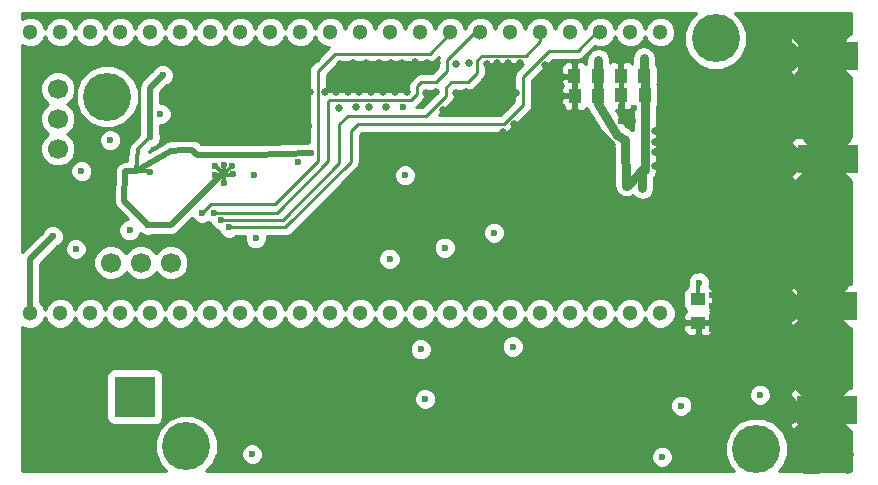
<source format=gbl>
G04 #@! TF.FileFunction,Copper,L4,Bot,Signal*
%FSLAX46Y46*%
G04 Gerber Fmt 4.6, Leading zero omitted, Abs format (unit mm)*
G04 Created by KiCad (PCBNEW 4.0.0-rc1-stable) date 29/02/2016 1:35:43 AM*
%MOMM*%
G01*
G04 APERTURE LIST*
%ADD10C,0.100000*%
%ADD11C,0.650000*%
%ADD12R,5.080000X2.415000*%
%ADD13C,1.700000*%
%ADD14R,1.250000X1.000000*%
%ADD15C,4.064000*%
%ADD16C,1.300000*%
%ADD17R,1.000000X1.250000*%
%ADD18R,3.500120X3.500120*%
%ADD19C,0.600000*%
%ADD20C,0.345000*%
%ADD21C,0.750000*%
%ADD22C,0.500000*%
%ADD23C,0.250000*%
%ADD24C,0.254000*%
G04 APERTURE END LIST*
D10*
D11*
X88090000Y-80280000D03*
X86970000Y-80300000D03*
X85600000Y-80330000D03*
X84150000Y-80360000D03*
X48970000Y-59010000D03*
X96880000Y-75070000D03*
X96880000Y-74070000D03*
X96880000Y-73070000D03*
X96880000Y-72070000D03*
X95930000Y-71110000D03*
X94160000Y-71090000D03*
X95930000Y-70070000D03*
X95930000Y-69070000D03*
X95930000Y-68070000D03*
X95930000Y-67070000D03*
X95930000Y-66070000D03*
X95930000Y-65070000D03*
X95930000Y-64070000D03*
X95930000Y-63070000D03*
X95930000Y-62070000D03*
X95930000Y-61070000D03*
X95930000Y-60070000D03*
X95930000Y-59070000D03*
X94100000Y-66650000D03*
X94210000Y-64740000D03*
X94220000Y-63460000D03*
X97330000Y-55370000D03*
X96360000Y-55310000D03*
X95360000Y-55250000D03*
X97130000Y-57860000D03*
X96010000Y-57900000D03*
X94100000Y-76410000D03*
X94240000Y-75160000D03*
X98560000Y-76800000D03*
X97580000Y-76790000D03*
X96480000Y-76810000D03*
X96420000Y-78720000D03*
X97530000Y-78740000D03*
X98530000Y-78680000D03*
X91980000Y-76110000D03*
X90770000Y-78840000D03*
X91920000Y-77210000D03*
X90790000Y-77820000D03*
X90910000Y-70230000D03*
X91930000Y-70090000D03*
X91930000Y-68990000D03*
X103370000Y-81370000D03*
X102670000Y-81370000D03*
X101970000Y-81370000D03*
X101270000Y-81370000D03*
X100570000Y-81370000D03*
X99870000Y-81370000D03*
X103270000Y-74050000D03*
X102570000Y-74050000D03*
X101870000Y-74050000D03*
X101170000Y-74050000D03*
X100470000Y-74050000D03*
X99770000Y-74050000D03*
X103320000Y-60150000D03*
X102620000Y-60150000D03*
X101920000Y-60150000D03*
X101220000Y-60150000D03*
X100520000Y-60150000D03*
X99820000Y-60150000D03*
X103390000Y-52800000D03*
X102690000Y-52800000D03*
X101990000Y-52800000D03*
X101290000Y-52800000D03*
X100590000Y-52800000D03*
X99890000Y-52800000D03*
X68810000Y-52720000D03*
X92370000Y-53810000D03*
X94610000Y-52960000D03*
X94830000Y-54040000D03*
X93470000Y-54230000D03*
X83500000Y-63250000D03*
X82190000Y-63360000D03*
X82800000Y-64420000D03*
X82720000Y-65620000D03*
X82640000Y-66910000D03*
X82610000Y-68110000D03*
X87640000Y-67830000D03*
X87610000Y-66630000D03*
X89090000Y-66600000D03*
X89030000Y-65480000D03*
X87780000Y-65420000D03*
X87830000Y-64240000D03*
X88890000Y-64240000D03*
X88730000Y-63040000D03*
X87640000Y-62990000D03*
X74610000Y-56560000D03*
X73500000Y-56780000D03*
X72460000Y-56760000D03*
X71180000Y-56920000D03*
X70330000Y-56230000D03*
X69320000Y-56670000D03*
X64440000Y-56450000D03*
X63050000Y-56480000D03*
X61890000Y-56480000D03*
X60520000Y-56520000D03*
X57440000Y-56120000D03*
X57590000Y-57060000D03*
X56430000Y-57340000D03*
X56340000Y-56260000D03*
X54930000Y-56140000D03*
X53600000Y-56140000D03*
X52350000Y-56110000D03*
X49000000Y-54110000D03*
X49020000Y-55040000D03*
X49020000Y-55990000D03*
X49010000Y-57050000D03*
X49010000Y-58060000D03*
X49140000Y-53230000D03*
X51150000Y-57130000D03*
X51180000Y-56080000D03*
X75430000Y-55260000D03*
X75830000Y-52710000D03*
X74830000Y-52720000D03*
X73850000Y-52750000D03*
X73010000Y-52770000D03*
X71450000Y-52750000D03*
X70390000Y-52790000D03*
X67950000Y-52690000D03*
X66890000Y-52670000D03*
X65850000Y-52690000D03*
X64850000Y-52690000D03*
X63850000Y-52690000D03*
X62780000Y-52750000D03*
X61660000Y-52720000D03*
X60570000Y-52780000D03*
X58620000Y-52390000D03*
X57850000Y-52690000D03*
X56850000Y-52690000D03*
X55850000Y-52690000D03*
X54850000Y-52690000D03*
X53850000Y-52690000D03*
X52850000Y-52690000D03*
X51850000Y-52690000D03*
X50850000Y-52690000D03*
X49850000Y-52690000D03*
X74210000Y-55150000D03*
X73210000Y-55150000D03*
X72210000Y-55150000D03*
X71210000Y-55150000D03*
X70360000Y-55220000D03*
X68700000Y-55190000D03*
X67890000Y-55230000D03*
X66210000Y-55150000D03*
X65210000Y-55150000D03*
X64210000Y-55150000D03*
X63210000Y-55150000D03*
X62210000Y-55150000D03*
X61210000Y-55150000D03*
X60270000Y-55150000D03*
X59300000Y-55140000D03*
X58030000Y-55180000D03*
X57210000Y-55150000D03*
X56210000Y-55150000D03*
X55210000Y-55150000D03*
X54210000Y-55150000D03*
X53210000Y-55150000D03*
X52210000Y-55150000D03*
X51210000Y-55150000D03*
X78730000Y-85300000D03*
X81230000Y-82400000D03*
X80380000Y-80320000D03*
X81090000Y-79830000D03*
X89370000Y-79770000D03*
X88530000Y-75310000D03*
X88470000Y-72330000D03*
X88430000Y-71450000D03*
X88460000Y-70510000D03*
X88420000Y-69720000D03*
X88680000Y-68760000D03*
X89410000Y-68000000D03*
X94100000Y-70160000D03*
X93980000Y-68980000D03*
X94020000Y-67900000D03*
X77900000Y-52910000D03*
X78600000Y-52940000D03*
X79070000Y-53590000D03*
X79310000Y-54660000D03*
X79320000Y-55480000D03*
X79330000Y-56400000D03*
X77170000Y-55150000D03*
X77200000Y-56130000D03*
X77200000Y-56950000D03*
X77170000Y-57860000D03*
X76320000Y-57840000D03*
X75310000Y-57870000D03*
X74400000Y-58530000D03*
X74340000Y-59530000D03*
X74350000Y-60660000D03*
X74760000Y-61740000D03*
X75800000Y-62060000D03*
X76960000Y-62100000D03*
X77870000Y-63130000D03*
X80310000Y-62080000D03*
X80420000Y-63160000D03*
X77920000Y-62100000D03*
X81380000Y-62130000D03*
X82530000Y-62090000D03*
X83590000Y-59680000D03*
X83590000Y-60910000D03*
X87220000Y-59380000D03*
X87230000Y-58480000D03*
X87230000Y-60280000D03*
X87220000Y-61410000D03*
X88200000Y-61840000D03*
X89260000Y-61870000D03*
X90280000Y-61810000D03*
X88510000Y-52420000D03*
X89730000Y-52440000D03*
X91190000Y-53370000D03*
X91240000Y-54270000D03*
X91290000Y-55230000D03*
X98390000Y-55340000D03*
X94370000Y-55260000D03*
X93330000Y-55240000D03*
X92330000Y-55250000D03*
X95010000Y-57900000D03*
X98440000Y-57810000D03*
X94250000Y-62120000D03*
X94170000Y-61050000D03*
X94170000Y-59990000D03*
X94150000Y-58950000D03*
X94090000Y-57840000D03*
X91330000Y-61470000D03*
X91330000Y-60220000D03*
X91330000Y-59160000D03*
D12*
X101803600Y-73303400D03*
X101803600Y-82069400D03*
X101863600Y-52087000D03*
X101863600Y-60853000D03*
D13*
X36670000Y-54890000D03*
X36670000Y-57430000D03*
X36670000Y-59970000D03*
X46240000Y-69610000D03*
X43700000Y-69610000D03*
X41160000Y-69610000D03*
D14*
X90910000Y-72700000D03*
X90910000Y-74700000D03*
D15*
X92370000Y-50630000D03*
X95810000Y-85410000D03*
X40850000Y-55560000D03*
X47550000Y-85160000D03*
D16*
X80070000Y-73910700D03*
X34350000Y-73910700D03*
X36890000Y-73910700D03*
X39430000Y-73910700D03*
X41970000Y-73910700D03*
X44510000Y-73910700D03*
X47050000Y-73910700D03*
X49590000Y-73910700D03*
X52130000Y-73910700D03*
X54670000Y-73910700D03*
X57210000Y-73910700D03*
X59750000Y-73910700D03*
X62290000Y-73910700D03*
X64830000Y-73910700D03*
X67370000Y-73910700D03*
X69910000Y-73910700D03*
X72450000Y-73910700D03*
X74990000Y-73910700D03*
X77530000Y-73910700D03*
X82610000Y-73910700D03*
X85150000Y-73910700D03*
X87690000Y-73910700D03*
X80060000Y-50110700D03*
X34340000Y-50110700D03*
X36880000Y-50110700D03*
X39420000Y-50110700D03*
X41960000Y-50110700D03*
X44500000Y-50110700D03*
X47040000Y-50110700D03*
X49580000Y-50110700D03*
X52120000Y-50110700D03*
X54660000Y-50110700D03*
X57200000Y-50110700D03*
X59740000Y-50110700D03*
X62280000Y-50110700D03*
X64820000Y-50110700D03*
X67360000Y-50110700D03*
X69900000Y-50110700D03*
X72440000Y-50110700D03*
X74980000Y-50110700D03*
X77520000Y-50110700D03*
X82600000Y-50110700D03*
X85140000Y-50110700D03*
X87680000Y-50110700D03*
D17*
X82440000Y-55490000D03*
X80440000Y-55490000D03*
X82410000Y-53840000D03*
X80410000Y-53840000D03*
X84360000Y-55410000D03*
X86360000Y-55410000D03*
X84320000Y-53810000D03*
X86320000Y-53810000D03*
D18*
X43190660Y-80970000D03*
X37190660Y-80970000D03*
X40190660Y-85669000D03*
D19*
X67780000Y-81150000D03*
X90940000Y-71300000D03*
X86170000Y-63310000D03*
X82450000Y-52440000D03*
X86280000Y-52300000D03*
X84830000Y-63090000D03*
X66080000Y-62220000D03*
X53320000Y-62180000D03*
X45540000Y-53750000D03*
X44470000Y-59000000D03*
X58090000Y-60370000D03*
X44490000Y-61920000D03*
X44335700Y-66408300D03*
X42748200Y-66865500D03*
X36230000Y-67400000D03*
X49974500Y-62166500D03*
X50711100Y-62890400D03*
X51523900Y-62153800D03*
X50025300Y-61442600D03*
X50711100Y-61379100D03*
X51447700Y-61404500D03*
X50736500Y-62166500D03*
X65660000Y-86250000D03*
X60040000Y-85860000D03*
X103590000Y-48820000D03*
X102510000Y-48770000D03*
X101170000Y-48940000D03*
X98710000Y-52070000D03*
X98450000Y-53130000D03*
X98400000Y-54100000D03*
X96480000Y-52180000D03*
X96500000Y-51270000D03*
X96460000Y-50210000D03*
X96440000Y-49300000D03*
X95500000Y-49320000D03*
X95440000Y-50230000D03*
X95340000Y-51210000D03*
X95320000Y-52240000D03*
X97550000Y-53170000D03*
X97540000Y-54060000D03*
X96500000Y-54010000D03*
X96470000Y-53050000D03*
X97660000Y-48930000D03*
X97560000Y-50010000D03*
X97580000Y-51080000D03*
X97560000Y-52100000D03*
X73140000Y-76790000D03*
X69540000Y-60050000D03*
X69330000Y-65150000D03*
X80240000Y-86490000D03*
X102540000Y-68040000D03*
X100890000Y-66620000D03*
X103590000Y-69530000D03*
X102400000Y-69540000D03*
X103640000Y-68080000D03*
X101250000Y-69460000D03*
X99270000Y-69600000D03*
X97320000Y-66500000D03*
X97320000Y-69570000D03*
X97370000Y-67980000D03*
X98710000Y-67920000D03*
X98740000Y-66440000D03*
X98680000Y-64990000D03*
X97480000Y-65070000D03*
X79070000Y-57760000D03*
X79110000Y-56940000D03*
X91460000Y-57220000D03*
X92480000Y-57180000D03*
X93410000Y-57180000D03*
X92030000Y-72330000D03*
X92030000Y-73330000D03*
X92030000Y-74260000D03*
X92050000Y-75220000D03*
X99940000Y-85720000D03*
X100970000Y-85670000D03*
X98850000Y-86900000D03*
X99830000Y-87090000D03*
X101000000Y-87070000D03*
X102230000Y-87010000D03*
X103520000Y-87090000D03*
X103630000Y-85780000D03*
X102340000Y-85750000D03*
X98830000Y-85670000D03*
X98321100Y-71457700D03*
X95200000Y-78510000D03*
X80910000Y-58140000D03*
X81580000Y-58160000D03*
X82330000Y-58160000D03*
X88930000Y-54690000D03*
X88940000Y-55630000D03*
X88910000Y-56850000D03*
X88940000Y-58010000D03*
X89030000Y-58990000D03*
X89040000Y-59900000D03*
X81860000Y-60160000D03*
X80900000Y-60140000D03*
X79990000Y-60210000D03*
X78800000Y-60210000D03*
X77720000Y-60220000D03*
X76630000Y-60220000D03*
X57020000Y-61110000D03*
X84200000Y-52530000D03*
X51880000Y-58270000D03*
X75120000Y-62430000D03*
X65940000Y-56410000D03*
X99090000Y-48860000D03*
X100010000Y-50160000D03*
X100050000Y-48960000D03*
X98990000Y-49940000D03*
X99720000Y-66220000D03*
X100690000Y-64160000D03*
X100670000Y-65330000D03*
X99740000Y-62960000D03*
X99690000Y-64460000D03*
X102730000Y-65330000D03*
X103520000Y-66860000D03*
X102040000Y-66840000D03*
X101210000Y-68060000D03*
X99640000Y-67510000D03*
X101700000Y-63710000D03*
X101640000Y-65330000D03*
X103610000Y-64250000D03*
X103420000Y-63300000D03*
X103460000Y-50090000D03*
X98650000Y-60890000D03*
X91850000Y-67920000D03*
X91290000Y-62190000D03*
X76590000Y-85480000D03*
X78748640Y-82184560D03*
X84898510Y-57062790D03*
X103480000Y-71170000D03*
X98920700Y-84239600D03*
X100762200Y-84214200D03*
X102959300Y-84201500D03*
X98882600Y-79997800D03*
X98882600Y-82093300D03*
X51040000Y-79350000D03*
X66720000Y-80360000D03*
X63300000Y-66790000D03*
X73650000Y-81670000D03*
X92314400Y-78530300D03*
X85381110Y-57624130D03*
X84377810Y-57624130D03*
X84327010Y-56430330D03*
X85419210Y-56519230D03*
X79334360Y-66456560D03*
X82243680Y-84480720D03*
X99682700Y-71006200D03*
X102121100Y-70968100D03*
X93774900Y-77539700D03*
X93749500Y-78949400D03*
X93762200Y-78200100D03*
X98882600Y-75387700D03*
X80324960Y-65567560D03*
X80324960Y-66469260D03*
X80312260Y-67383660D03*
X79397860Y-67383660D03*
X78508860Y-65504060D03*
X78572360Y-67409060D03*
X78572360Y-66469260D03*
X55670000Y-78340000D03*
X98768300Y-73292200D03*
X57950000Y-58060000D03*
X92692000Y-64662000D03*
X91129900Y-65563700D03*
X91129900Y-64636600D03*
X92692000Y-65627200D03*
X91942700Y-65119200D03*
X49910000Y-65380000D03*
X50490000Y-65990000D03*
X51180000Y-66640000D03*
X48880000Y-65420000D03*
X53110000Y-85830000D03*
X75190000Y-76720000D03*
X69430000Y-68340000D03*
X73610000Y-67070000D03*
X64760000Y-69290000D03*
X41110000Y-59250000D03*
X45370000Y-57020000D03*
X96120000Y-80800000D03*
X89460000Y-81720000D03*
X87820000Y-86060000D03*
X53420000Y-67550000D03*
X38670000Y-61870000D03*
X38220000Y-68450000D03*
X67390000Y-76950000D03*
D20*
X90910000Y-72700000D02*
X90910000Y-71330000D01*
X90910000Y-71330000D02*
X90940000Y-71300000D01*
D21*
X86170000Y-63310000D02*
X86110000Y-63250000D01*
X86110000Y-63250000D02*
X86110000Y-61810000D01*
X86110000Y-61810000D02*
X86360000Y-61810000D01*
X86320000Y-53810000D02*
X86320000Y-52340000D01*
X82410000Y-53840000D02*
X82410000Y-52480000D01*
X82410000Y-52480000D02*
X82450000Y-52440000D01*
X82440000Y-55490000D02*
X82440000Y-53870000D01*
X82440000Y-53870000D02*
X82410000Y-53840000D01*
X82440000Y-56150000D02*
X82440000Y-55490000D01*
X84040000Y-58840000D02*
X82440000Y-56150000D01*
X86320000Y-52340000D02*
X86280000Y-52300000D01*
X86360000Y-55410000D02*
X86360000Y-53850000D01*
X86360000Y-53850000D02*
X86320000Y-53810000D01*
X86360000Y-61560000D02*
X86360000Y-61810000D01*
X84830000Y-63090000D02*
X86360000Y-61560000D01*
X86360000Y-61810000D02*
X86360000Y-55410000D01*
X84830000Y-63090000D02*
X84800000Y-63090000D01*
X84740000Y-59200000D02*
X84040000Y-58840000D01*
X84800000Y-63090000D02*
X84740000Y-59200000D01*
D22*
X44470000Y-54820000D02*
X44470000Y-59000000D01*
X45540000Y-53750000D02*
X44470000Y-54820000D01*
D20*
X44470000Y-59000000D02*
X43450000Y-60020000D01*
X43310000Y-61900000D02*
X43450000Y-60020000D01*
D22*
X53200000Y-60490000D02*
X52610000Y-60490000D01*
X52610000Y-60490000D02*
X48470000Y-60490000D01*
X48470000Y-60490000D02*
X48060000Y-60080000D01*
X48060000Y-60080000D02*
X47252195Y-60093302D01*
X58090000Y-60370000D02*
X53200000Y-60490000D01*
D20*
X42398455Y-61894140D02*
X42398455Y-61894152D01*
X44464140Y-61894140D02*
X42398455Y-61894140D01*
X44490000Y-61920000D02*
X44464140Y-61894140D01*
D22*
X47362195Y-60090107D02*
X47252195Y-60093302D01*
X47252195Y-60093302D02*
X46270000Y-60130000D01*
X46270000Y-60130000D02*
X43310000Y-61900000D01*
X43310000Y-61900000D02*
X42398455Y-61894152D01*
X42398455Y-61894152D02*
X42303700Y-64376300D01*
X42303700Y-64376300D02*
X44335700Y-66408300D01*
X50482500Y-62166500D02*
X46240700Y-66408300D01*
X50482500Y-62166500D02*
X50736500Y-62166500D01*
X46240700Y-66408300D02*
X44335700Y-66408300D01*
X34290000Y-73898000D02*
X34290000Y-69340000D01*
X34290000Y-69340000D02*
X36230000Y-67400000D01*
D20*
X50736500Y-62166500D02*
X49974500Y-62166500D01*
X50736500Y-62166500D02*
X50736500Y-62865000D01*
X50736500Y-62865000D02*
X50711100Y-62890400D01*
X50736500Y-62166500D02*
X51511200Y-62166500D01*
X51511200Y-62166500D02*
X51523900Y-62153800D01*
X50736500Y-62166500D02*
X50736500Y-62153800D01*
X50736500Y-62153800D02*
X50025300Y-61442600D01*
X50736500Y-62166500D02*
X50736500Y-61404500D01*
X50736500Y-61404500D02*
X50711100Y-61379100D01*
X50736500Y-62166500D02*
X50736500Y-62115700D01*
X50736500Y-62115700D02*
X51447700Y-61404500D01*
D22*
X99830000Y-87090000D02*
X99830000Y-85830000D01*
X99830000Y-85830000D02*
X99940000Y-85720000D01*
X98920700Y-84239600D02*
X98920700Y-85579300D01*
X98920700Y-85579300D02*
X98830000Y-85670000D01*
X99682700Y-71006200D02*
X99682700Y-70012700D01*
X99682700Y-70012700D02*
X99270000Y-69600000D01*
X102510000Y-48770000D02*
X101460000Y-48650000D01*
D21*
X101150000Y-48960000D02*
X101170000Y-48940000D01*
X101150000Y-48960000D02*
X100050000Y-48960000D01*
D22*
X101460000Y-48650000D02*
X101170000Y-48940000D01*
X98990000Y-49940000D02*
X97630000Y-49940000D01*
X97630000Y-49940000D02*
X97560000Y-50010000D01*
X97540000Y-54060000D02*
X98360000Y-54060000D01*
X98360000Y-52420000D02*
X98710000Y-52070000D01*
X98360000Y-53040000D02*
X98360000Y-52420000D01*
X98450000Y-53130000D02*
X98360000Y-53040000D01*
X98360000Y-54060000D02*
X98400000Y-54100000D01*
X96480000Y-52180000D02*
X96500000Y-52160000D01*
X96500000Y-52160000D02*
X96500000Y-51270000D01*
X96460000Y-50210000D02*
X96440000Y-50190000D01*
X96440000Y-50190000D02*
X96440000Y-49300000D01*
X95500000Y-49320000D02*
X95440000Y-49380000D01*
X95440000Y-49380000D02*
X95440000Y-50230000D01*
X95340000Y-51210000D02*
X95320000Y-51230000D01*
X95320000Y-51230000D02*
X95320000Y-52240000D01*
X97550000Y-54050000D02*
X97550000Y-53170000D01*
X97540000Y-54060000D02*
X97550000Y-54050000D01*
X96500000Y-53080000D02*
X96500000Y-54010000D01*
X96470000Y-53050000D02*
X96500000Y-53080000D01*
X97660000Y-48930000D02*
X97560000Y-49030000D01*
X97560000Y-49030000D02*
X97560000Y-50010000D01*
X97580000Y-51080000D02*
X97560000Y-51100000D01*
X97560000Y-51100000D02*
X97560000Y-52100000D01*
D21*
X102310000Y-68040000D02*
X102540000Y-68040000D01*
X100890000Y-66620000D02*
X102310000Y-68040000D01*
D20*
X103610000Y-69550000D02*
X103480000Y-71170000D01*
X103590000Y-69530000D02*
X103610000Y-69550000D01*
X102540000Y-69540000D02*
X102400000Y-69540000D01*
X103640000Y-68080000D02*
X102540000Y-69540000D01*
X101210000Y-68060000D02*
X101210000Y-69420000D01*
X101210000Y-69420000D02*
X101250000Y-69460000D01*
X99270000Y-69600000D02*
X99240000Y-69570000D01*
X99240000Y-69570000D02*
X97320000Y-69570000D01*
X97370000Y-67980000D02*
X97430000Y-67920000D01*
X97430000Y-67920000D02*
X98710000Y-67920000D01*
X98740000Y-66440000D02*
X98680000Y-66380000D01*
X98680000Y-66380000D02*
X98680000Y-64990000D01*
X97480000Y-65070000D02*
X97320000Y-65230000D01*
X97320000Y-65230000D02*
X97320000Y-66500000D01*
D21*
X99940000Y-85720000D02*
X99990000Y-85670000D01*
X99990000Y-85670000D02*
X100970000Y-85670000D01*
X100980000Y-87090000D02*
X99830000Y-87090000D01*
X101000000Y-87070000D02*
X100980000Y-87090000D01*
X103440000Y-87010000D02*
X102230000Y-87010000D01*
X103520000Y-87090000D02*
X103440000Y-87010000D01*
X102370000Y-85780000D02*
X103630000Y-85780000D01*
X102340000Y-85750000D02*
X102370000Y-85780000D01*
D20*
X83590000Y-59680000D02*
X83590000Y-59420000D01*
X83590000Y-59420000D02*
X82330000Y-58160000D01*
X81560000Y-58140000D02*
X80910000Y-58140000D01*
X81580000Y-58160000D02*
X81560000Y-58140000D01*
X89260000Y-61870000D02*
X89260000Y-60120000D01*
X88940000Y-56820000D02*
X88940000Y-55630000D01*
X88910000Y-56850000D02*
X88940000Y-56820000D01*
X88940000Y-58900000D02*
X88940000Y-58010000D01*
X89030000Y-58990000D02*
X88940000Y-58900000D01*
X89260000Y-60120000D02*
X89040000Y-59900000D01*
X83590000Y-59680000D02*
X83590000Y-59740000D01*
X83590000Y-59740000D02*
X83170000Y-60160000D01*
X83170000Y-60160000D02*
X81860000Y-60160000D01*
X80900000Y-60140000D02*
X80830000Y-60210000D01*
X80830000Y-60210000D02*
X79990000Y-60210000D01*
X78800000Y-60210000D02*
X78790000Y-60220000D01*
X78790000Y-60220000D02*
X77720000Y-60220000D01*
X80410000Y-53840000D02*
X79320000Y-53840000D01*
X79320000Y-53840000D02*
X79070000Y-53590000D01*
X80440000Y-55490000D02*
X79330000Y-55490000D01*
X79330000Y-55490000D02*
X79320000Y-55480000D01*
D21*
X100050000Y-48960000D02*
X99190000Y-48960000D01*
X99190000Y-48960000D02*
X99090000Y-48860000D01*
X98990000Y-49940000D02*
X98990000Y-49930000D01*
X99720000Y-66220000D02*
X99780000Y-66220000D01*
X99780000Y-66220000D02*
X100670000Y-65330000D01*
X102730000Y-65330000D02*
X102730000Y-65340000D01*
X102060000Y-66860000D02*
X103520000Y-66860000D01*
X102040000Y-66840000D02*
X102060000Y-66860000D01*
X100190000Y-68060000D02*
X101210000Y-68060000D01*
X99640000Y-67510000D02*
X100190000Y-68060000D01*
X101803600Y-82069400D02*
X99630600Y-82069400D01*
X99630600Y-82069400D02*
X98820000Y-82880000D01*
X101803600Y-82069400D02*
X101329400Y-82069400D01*
X101329400Y-82069400D02*
X99430000Y-80170000D01*
X101803600Y-73303400D02*
X101063400Y-73303400D01*
X101063400Y-73303400D02*
X99240000Y-71480000D01*
X101803600Y-73303400D02*
X100966900Y-73303400D01*
X100966900Y-73303400D02*
X98882600Y-75387700D01*
X101803600Y-73303400D02*
X101706600Y-73303400D01*
X101706600Y-73303400D02*
X99850000Y-75160000D01*
X101803600Y-73303400D02*
X101803600Y-73623600D01*
X101803600Y-73623600D02*
X103400000Y-75220000D01*
X101863600Y-60853000D02*
X101863600Y-61113600D01*
X101863600Y-61113600D02*
X103540000Y-62790000D01*
X103540000Y-62790000D02*
X103360000Y-63240000D01*
X101863600Y-60853000D02*
X101317000Y-60853000D01*
X101317000Y-60853000D02*
X99410000Y-62760000D01*
X99410000Y-62760000D02*
X99410000Y-63270000D01*
X101863600Y-60853000D02*
X101863600Y-60696400D01*
X101863600Y-60696400D02*
X103490000Y-59070000D01*
X101863600Y-52087000D02*
X101863600Y-52323600D01*
X101863600Y-52323600D02*
X103500000Y-53960000D01*
X101863600Y-52087000D02*
X101083000Y-52087000D01*
X101083000Y-52087000D02*
X99380000Y-53790000D01*
X101863600Y-52087000D02*
X100797000Y-52087000D01*
X100797000Y-52087000D02*
X99050000Y-50340000D01*
X101863600Y-52087000D02*
X101863600Y-50743600D01*
X101863600Y-50743600D02*
X101070000Y-49950000D01*
X101863600Y-52087000D02*
X101863600Y-51926400D01*
X101863600Y-51926400D02*
X103460000Y-50090000D01*
X101863600Y-52087000D02*
X101863600Y-51016400D01*
X101863600Y-51016400D02*
X103200000Y-49680000D01*
X101863600Y-52087000D02*
X101863600Y-49643600D01*
X101863600Y-49643600D02*
X101790000Y-49570000D01*
X101863600Y-52087000D02*
X101863600Y-51473600D01*
X101863600Y-51473600D02*
X100190000Y-49800000D01*
X101863600Y-52087000D02*
X101597000Y-52087000D01*
X101597000Y-52087000D02*
X99540000Y-50030000D01*
X101863600Y-52087000D02*
X99613000Y-52087000D01*
X99613000Y-52087000D02*
X98630000Y-53070000D01*
X101863600Y-52087000D02*
X99547000Y-52087000D01*
X99547000Y-52087000D02*
X98710000Y-51250000D01*
X101863600Y-60853000D02*
X101863600Y-61493600D01*
X101863600Y-61493600D02*
X103360000Y-63240000D01*
X103360000Y-63240000D02*
X103420000Y-63300000D01*
X101863600Y-60853000D02*
X101863600Y-62253600D01*
X101863600Y-62253600D02*
X103010000Y-63400000D01*
X101863600Y-60853000D02*
X101863600Y-63546400D01*
X101863600Y-63546400D02*
X101700000Y-63710000D01*
X101863600Y-60853000D02*
X101863600Y-61806400D01*
X101863600Y-61806400D02*
X100040000Y-63630000D01*
X101863600Y-60853000D02*
X101827000Y-60853000D01*
X101827000Y-60853000D02*
X99410000Y-63270000D01*
X99410000Y-63270000D02*
X99430000Y-63250000D01*
X101863600Y-60853000D02*
X99757000Y-60853000D01*
X99757000Y-60853000D02*
X98510000Y-62100000D01*
X101863600Y-60853000D02*
X99703000Y-60853000D01*
X99703000Y-60853000D02*
X98590000Y-59740000D01*
X101863600Y-52087000D02*
X101863600Y-52246400D01*
X101863600Y-52246400D02*
X100080000Y-54030000D01*
X101863600Y-52087000D02*
X101863600Y-53036400D01*
X101863600Y-53036400D02*
X100760000Y-54140000D01*
X101863600Y-52087000D02*
X101863600Y-53113600D01*
X101863600Y-53113600D02*
X102970000Y-54220000D01*
X101863600Y-60853000D02*
X101863600Y-60843600D01*
X101863600Y-60843600D02*
X100080000Y-59060000D01*
X101863600Y-60853000D02*
X101863600Y-59893600D01*
X101863600Y-59893600D02*
X100760000Y-58790000D01*
X101863600Y-60853000D02*
X101863600Y-59976400D01*
X101863600Y-59976400D02*
X103050000Y-58790000D01*
X101803600Y-73303400D02*
X101803600Y-74826400D01*
X101803600Y-74826400D02*
X101300000Y-75330000D01*
X101803600Y-73303400D02*
X101803600Y-73996400D01*
X101803600Y-73996400D02*
X100580000Y-75220000D01*
X101803600Y-73303400D02*
X101803600Y-74323600D01*
X101803600Y-74323600D02*
X102760000Y-75280000D01*
X101803600Y-82069400D02*
X101803600Y-81646400D01*
X101803600Y-81646400D02*
X103340000Y-80110000D01*
X101803600Y-82069400D02*
X101803600Y-81753600D01*
X101803600Y-81753600D02*
X100130000Y-80080000D01*
X101803600Y-82069400D02*
X101803600Y-81096400D01*
X101803600Y-81096400D02*
X102730000Y-80170000D01*
X101803600Y-82069400D02*
X101803600Y-80963600D01*
X101803600Y-80963600D02*
X101030000Y-80190000D01*
X101803600Y-82069400D02*
X99459400Y-82069400D01*
X99459400Y-82069400D02*
X98590000Y-81200000D01*
X101803600Y-82069400D02*
X101090900Y-82069400D01*
X101090900Y-82069400D02*
X98920700Y-84239600D01*
X101803600Y-82069400D02*
X101803600Y-82296400D01*
X101803600Y-82296400D02*
X100080000Y-84020000D01*
X101803600Y-82069400D02*
X101803600Y-83172800D01*
X101803600Y-83172800D02*
X100762200Y-84214200D01*
X101803600Y-82069400D02*
X101803600Y-83045800D01*
X101803600Y-83045800D02*
X102959300Y-84201500D01*
X101803600Y-82069400D02*
X101803600Y-82283600D01*
X101803600Y-82283600D02*
X103600000Y-84080000D01*
X101803600Y-73303400D02*
X98916600Y-73303400D01*
X98916600Y-73303400D02*
X98400000Y-73820000D01*
X101803600Y-73303400D02*
X99696600Y-73303400D01*
X99696600Y-73303400D02*
X98760000Y-74240000D01*
X101803600Y-73303400D02*
X99643400Y-73303400D01*
X99643400Y-73303400D02*
X98600000Y-72260000D01*
X98600000Y-72260000D02*
X98450000Y-72260000D01*
X101803600Y-73303400D02*
X101803600Y-73127100D01*
X101803600Y-73127100D02*
X99682700Y-71006200D01*
X101803600Y-73303400D02*
X101803600Y-72323600D01*
X101803600Y-72323600D02*
X100510000Y-71030000D01*
X101803600Y-73303400D02*
X101803600Y-71285600D01*
X101803600Y-71285600D02*
X102121100Y-70968100D01*
X101803600Y-73303400D02*
X101803600Y-72396400D01*
X101803600Y-72396400D02*
X103060000Y-71140000D01*
X101803600Y-73303400D02*
X101803600Y-73256400D01*
X101803600Y-73256400D02*
X103480000Y-71170000D01*
D23*
X72440000Y-50110700D02*
X72009300Y-50110700D01*
X72009300Y-50110700D02*
X69620000Y-52500000D01*
X69620000Y-52500000D02*
X69620000Y-53400000D01*
X69620000Y-53400000D02*
X68660000Y-54360000D01*
X68660000Y-54360000D02*
X67420000Y-54360000D01*
X67420000Y-54360000D02*
X67080000Y-54700000D01*
X67080000Y-54700000D02*
X67080000Y-55350000D01*
X67080000Y-55350000D02*
X66610000Y-55820000D01*
X66610000Y-55820000D02*
X59710000Y-55820000D01*
X59710000Y-55820000D02*
X59590000Y-55940000D01*
X59590000Y-55940000D02*
X59590000Y-61040000D01*
X59590000Y-61040000D02*
X55250000Y-65380000D01*
X55250000Y-65380000D02*
X49910000Y-65380000D01*
X72770000Y-52080000D02*
X72560000Y-52080000D01*
X67590000Y-57190000D02*
X61220000Y-57190000D01*
X61220000Y-57190000D02*
X60500000Y-57910000D01*
X60500000Y-57910000D02*
X60500000Y-61200000D01*
X60500000Y-61200000D02*
X55710000Y-65990000D01*
X55710000Y-65990000D02*
X50490000Y-65990000D01*
X67840000Y-57190000D02*
X67590000Y-57190000D01*
X69510000Y-55520000D02*
X67840000Y-57190000D01*
X69510000Y-54830000D02*
X69510000Y-55520000D01*
X70000000Y-54340000D02*
X69510000Y-54830000D01*
X71400000Y-54340000D02*
X70000000Y-54340000D01*
X72180000Y-53560000D02*
X71400000Y-54340000D01*
X72180000Y-52460000D02*
X72180000Y-53560000D01*
X72560000Y-52080000D02*
X72180000Y-52460000D01*
X77520000Y-50110700D02*
X77520000Y-50840000D01*
X76280000Y-52080000D02*
X72770000Y-52080000D01*
X72770000Y-52080000D02*
X72700000Y-52080000D01*
X77520000Y-50840000D02*
X76280000Y-52080000D01*
X82249300Y-50110700D02*
X80700000Y-51660000D01*
X80700000Y-51660000D02*
X78300000Y-51660000D01*
X78300000Y-51660000D02*
X76090000Y-53870000D01*
X76090000Y-53870000D02*
X76090000Y-56240000D01*
X76090000Y-56240000D02*
X74440000Y-57890000D01*
X74440000Y-57890000D02*
X62090000Y-57890000D01*
X62090000Y-57890000D02*
X61490000Y-58490000D01*
X61490000Y-58490000D02*
X61490000Y-61080000D01*
X61490000Y-61080000D02*
X55930000Y-66640000D01*
X55930000Y-66640000D02*
X51180000Y-66640000D01*
X82600000Y-50110700D02*
X82249300Y-50110700D01*
X69900000Y-50110700D02*
X69900000Y-50180000D01*
X69900000Y-50180000D02*
X68170000Y-51910000D01*
X68170000Y-51910000D02*
X60180000Y-51910000D01*
X60180000Y-51910000D02*
X58670000Y-53420000D01*
X58670000Y-53420000D02*
X58670000Y-61000000D01*
X58670000Y-61000000D02*
X55050000Y-64620000D01*
X55050000Y-64620000D02*
X49680000Y-64620000D01*
X49680000Y-64620000D02*
X48880000Y-65420000D01*
D24*
G36*
X90110345Y-49117293D02*
X89703464Y-50097173D01*
X89702538Y-51158172D01*
X90107709Y-52138761D01*
X90857293Y-52889655D01*
X91837173Y-53296536D01*
X92898172Y-53297462D01*
X93878761Y-52892291D01*
X94399209Y-52372750D01*
X98688600Y-52372750D01*
X98688600Y-53420810D01*
X98785273Y-53654199D01*
X98963902Y-53832827D01*
X99197291Y-53929500D01*
X101577850Y-53929500D01*
X101736600Y-53770750D01*
X101736600Y-52214000D01*
X98847350Y-52214000D01*
X98688600Y-52372750D01*
X94399209Y-52372750D01*
X94629655Y-52142707D01*
X95036536Y-51162827D01*
X95036893Y-50753190D01*
X98688600Y-50753190D01*
X98688600Y-51801250D01*
X98847350Y-51960000D01*
X101736600Y-51960000D01*
X101736600Y-50403250D01*
X101577850Y-50244500D01*
X99197291Y-50244500D01*
X98963902Y-50341173D01*
X98785273Y-50519801D01*
X98688600Y-50753190D01*
X95036893Y-50753190D01*
X95037462Y-50101828D01*
X94632291Y-49121239D01*
X93997661Y-48485500D01*
X103850000Y-48485500D01*
X103850000Y-50244500D01*
X102149350Y-50244500D01*
X101990600Y-50403250D01*
X101990600Y-51960000D01*
X102010600Y-51960000D01*
X102010600Y-52214000D01*
X101990600Y-52214000D01*
X101990600Y-53770750D01*
X102149350Y-53929500D01*
X103850000Y-53929500D01*
X103850000Y-59010500D01*
X102149350Y-59010500D01*
X101990600Y-59169250D01*
X101990600Y-60726000D01*
X102010600Y-60726000D01*
X102010600Y-60980000D01*
X101990600Y-60980000D01*
X101990600Y-62536750D01*
X102149350Y-62695500D01*
X103850000Y-62695500D01*
X103850000Y-71460900D01*
X102089350Y-71460900D01*
X101930600Y-71619650D01*
X101930600Y-73176400D01*
X101950600Y-73176400D01*
X101950600Y-73430400D01*
X101930600Y-73430400D01*
X101930600Y-74987150D01*
X102089350Y-75145900D01*
X103850000Y-75145900D01*
X103850000Y-80226900D01*
X102089350Y-80226900D01*
X101930600Y-80385650D01*
X101930600Y-81942400D01*
X101950600Y-81942400D01*
X101950600Y-82196400D01*
X101930600Y-82196400D01*
X101930600Y-83753150D01*
X102089350Y-83911900D01*
X103850000Y-83911900D01*
X103850000Y-87260000D01*
X97731773Y-87260000D01*
X98069655Y-86922707D01*
X98476536Y-85942827D01*
X98477462Y-84881828D01*
X98072291Y-83901239D01*
X97322707Y-83150345D01*
X96342827Y-82743464D01*
X95281828Y-82742538D01*
X94301239Y-83147709D01*
X93550345Y-83897293D01*
X93143464Y-84877173D01*
X93142538Y-85938172D01*
X93547709Y-86918761D01*
X93888353Y-87260000D01*
X49221336Y-87260000D01*
X49809655Y-86672707D01*
X50082688Y-86015167D01*
X52174838Y-86015167D01*
X52316883Y-86358943D01*
X52579673Y-86622192D01*
X52923201Y-86764838D01*
X53295167Y-86765162D01*
X53638943Y-86623117D01*
X53902192Y-86360327D01*
X53950010Y-86245167D01*
X86884838Y-86245167D01*
X87026883Y-86588943D01*
X87289673Y-86852192D01*
X87633201Y-86994838D01*
X88005167Y-86995162D01*
X88348943Y-86853117D01*
X88612192Y-86590327D01*
X88754838Y-86246799D01*
X88755162Y-85874833D01*
X88613117Y-85531057D01*
X88350327Y-85267808D01*
X88006799Y-85125162D01*
X87634833Y-85124838D01*
X87291057Y-85266883D01*
X87027808Y-85529673D01*
X86885162Y-85873201D01*
X86884838Y-86245167D01*
X53950010Y-86245167D01*
X54044838Y-86016799D01*
X54045162Y-85644833D01*
X53903117Y-85301057D01*
X53640327Y-85037808D01*
X53296799Y-84895162D01*
X52924833Y-84894838D01*
X52581057Y-85036883D01*
X52317808Y-85299673D01*
X52175162Y-85643201D01*
X52174838Y-86015167D01*
X50082688Y-86015167D01*
X50216536Y-85692827D01*
X50217462Y-84631828D01*
X49812291Y-83651239D01*
X49062707Y-82900345D01*
X48082827Y-82493464D01*
X47021828Y-82492538D01*
X46041239Y-82897709D01*
X45290345Y-83647293D01*
X44883464Y-84627173D01*
X44882538Y-85688172D01*
X45287709Y-86668761D01*
X45877917Y-87260000D01*
X33680000Y-87260000D01*
X33680000Y-79219940D01*
X40793160Y-79219940D01*
X40793160Y-82720060D01*
X40837438Y-82955377D01*
X40976510Y-83171501D01*
X41188710Y-83316491D01*
X41440600Y-83367500D01*
X44940720Y-83367500D01*
X45176037Y-83323222D01*
X45392161Y-83184150D01*
X45537151Y-82971950D01*
X45588160Y-82720060D01*
X45588160Y-81335167D01*
X66844838Y-81335167D01*
X66986883Y-81678943D01*
X67249673Y-81942192D01*
X67593201Y-82084838D01*
X67965167Y-82085162D01*
X68308943Y-81943117D01*
X68346959Y-81905167D01*
X88524838Y-81905167D01*
X88666883Y-82248943D01*
X88929673Y-82512192D01*
X89273201Y-82654838D01*
X89645167Y-82655162D01*
X89988943Y-82513117D01*
X90147185Y-82355150D01*
X98628600Y-82355150D01*
X98628600Y-83403210D01*
X98725273Y-83636599D01*
X98903902Y-83815227D01*
X99137291Y-83911900D01*
X101517850Y-83911900D01*
X101676600Y-83753150D01*
X101676600Y-82196400D01*
X98787350Y-82196400D01*
X98628600Y-82355150D01*
X90147185Y-82355150D01*
X90252192Y-82250327D01*
X90394838Y-81906799D01*
X90395162Y-81534833D01*
X90253117Y-81191057D01*
X90047586Y-80985167D01*
X95184838Y-80985167D01*
X95326883Y-81328943D01*
X95589673Y-81592192D01*
X95933201Y-81734838D01*
X96305167Y-81735162D01*
X96648943Y-81593117D01*
X96912192Y-81330327D01*
X97054838Y-80986799D01*
X97055056Y-80735590D01*
X98628600Y-80735590D01*
X98628600Y-81783650D01*
X98787350Y-81942400D01*
X101676600Y-81942400D01*
X101676600Y-80385650D01*
X101517850Y-80226900D01*
X99137291Y-80226900D01*
X98903902Y-80323573D01*
X98725273Y-80502201D01*
X98628600Y-80735590D01*
X97055056Y-80735590D01*
X97055162Y-80614833D01*
X96913117Y-80271057D01*
X96650327Y-80007808D01*
X96306799Y-79865162D01*
X95934833Y-79864838D01*
X95591057Y-80006883D01*
X95327808Y-80269673D01*
X95185162Y-80613201D01*
X95184838Y-80985167D01*
X90047586Y-80985167D01*
X89990327Y-80927808D01*
X89646799Y-80785162D01*
X89274833Y-80784838D01*
X88931057Y-80926883D01*
X88667808Y-81189673D01*
X88525162Y-81533201D01*
X88524838Y-81905167D01*
X68346959Y-81905167D01*
X68572192Y-81680327D01*
X68714838Y-81336799D01*
X68715162Y-80964833D01*
X68573117Y-80621057D01*
X68310327Y-80357808D01*
X67966799Y-80215162D01*
X67594833Y-80214838D01*
X67251057Y-80356883D01*
X66987808Y-80619673D01*
X66845162Y-80963201D01*
X66844838Y-81335167D01*
X45588160Y-81335167D01*
X45588160Y-79219940D01*
X45543882Y-78984623D01*
X45404810Y-78768499D01*
X45192610Y-78623509D01*
X44940720Y-78572500D01*
X41440600Y-78572500D01*
X41205283Y-78616778D01*
X40989159Y-78755850D01*
X40844169Y-78968050D01*
X40793160Y-79219940D01*
X33680000Y-79219940D01*
X33680000Y-77135167D01*
X66454838Y-77135167D01*
X66596883Y-77478943D01*
X66859673Y-77742192D01*
X67203201Y-77884838D01*
X67575167Y-77885162D01*
X67918943Y-77743117D01*
X68182192Y-77480327D01*
X68324838Y-77136799D01*
X68325039Y-76905167D01*
X74254838Y-76905167D01*
X74396883Y-77248943D01*
X74659673Y-77512192D01*
X75003201Y-77654838D01*
X75375167Y-77655162D01*
X75718943Y-77513117D01*
X75982192Y-77250327D01*
X76124838Y-76906799D01*
X76125162Y-76534833D01*
X75983117Y-76191057D01*
X75720327Y-75927808D01*
X75376799Y-75785162D01*
X75004833Y-75784838D01*
X74661057Y-75926883D01*
X74397808Y-76189673D01*
X74255162Y-76533201D01*
X74254838Y-76905167D01*
X68325039Y-76905167D01*
X68325162Y-76764833D01*
X68183117Y-76421057D01*
X67920327Y-76157808D01*
X67576799Y-76015162D01*
X67204833Y-76014838D01*
X66861057Y-76156883D01*
X66597808Y-76419673D01*
X66455162Y-76763201D01*
X66454838Y-77135167D01*
X33680000Y-77135167D01*
X33680000Y-75023870D01*
X34093276Y-75195477D01*
X34604481Y-75195923D01*
X35076943Y-75000705D01*
X35438735Y-74639545D01*
X35620205Y-74202518D01*
X35799995Y-74637643D01*
X36161155Y-74999435D01*
X36633276Y-75195477D01*
X37144481Y-75195923D01*
X37616943Y-75000705D01*
X37978735Y-74639545D01*
X38160205Y-74202518D01*
X38339995Y-74637643D01*
X38701155Y-74999435D01*
X39173276Y-75195477D01*
X39684481Y-75195923D01*
X40156943Y-75000705D01*
X40518735Y-74639545D01*
X40700205Y-74202518D01*
X40879995Y-74637643D01*
X41241155Y-74999435D01*
X41713276Y-75195477D01*
X42224481Y-75195923D01*
X42696943Y-75000705D01*
X43058735Y-74639545D01*
X43240205Y-74202518D01*
X43419995Y-74637643D01*
X43781155Y-74999435D01*
X44253276Y-75195477D01*
X44764481Y-75195923D01*
X45236943Y-75000705D01*
X45598735Y-74639545D01*
X45780205Y-74202518D01*
X45959995Y-74637643D01*
X46321155Y-74999435D01*
X46793276Y-75195477D01*
X47304481Y-75195923D01*
X47776943Y-75000705D01*
X48138735Y-74639545D01*
X48320205Y-74202518D01*
X48499995Y-74637643D01*
X48861155Y-74999435D01*
X49333276Y-75195477D01*
X49844481Y-75195923D01*
X50316943Y-75000705D01*
X50678735Y-74639545D01*
X50860205Y-74202518D01*
X51039995Y-74637643D01*
X51401155Y-74999435D01*
X51873276Y-75195477D01*
X52384481Y-75195923D01*
X52856943Y-75000705D01*
X53218735Y-74639545D01*
X53400205Y-74202518D01*
X53579995Y-74637643D01*
X53941155Y-74999435D01*
X54413276Y-75195477D01*
X54924481Y-75195923D01*
X55396943Y-75000705D01*
X55758735Y-74639545D01*
X55940205Y-74202518D01*
X56119995Y-74637643D01*
X56481155Y-74999435D01*
X56953276Y-75195477D01*
X57464481Y-75195923D01*
X57936943Y-75000705D01*
X58298735Y-74639545D01*
X58480205Y-74202518D01*
X58659995Y-74637643D01*
X59021155Y-74999435D01*
X59493276Y-75195477D01*
X60004481Y-75195923D01*
X60476943Y-75000705D01*
X60838735Y-74639545D01*
X61020205Y-74202518D01*
X61199995Y-74637643D01*
X61561155Y-74999435D01*
X62033276Y-75195477D01*
X62544481Y-75195923D01*
X63016943Y-75000705D01*
X63378735Y-74639545D01*
X63560205Y-74202518D01*
X63739995Y-74637643D01*
X64101155Y-74999435D01*
X64573276Y-75195477D01*
X65084481Y-75195923D01*
X65556943Y-75000705D01*
X65918735Y-74639545D01*
X66100205Y-74202518D01*
X66279995Y-74637643D01*
X66641155Y-74999435D01*
X67113276Y-75195477D01*
X67624481Y-75195923D01*
X68096943Y-75000705D01*
X68458735Y-74639545D01*
X68640205Y-74202518D01*
X68819995Y-74637643D01*
X69181155Y-74999435D01*
X69653276Y-75195477D01*
X70164481Y-75195923D01*
X70636943Y-75000705D01*
X70998735Y-74639545D01*
X71180205Y-74202518D01*
X71359995Y-74637643D01*
X71721155Y-74999435D01*
X72193276Y-75195477D01*
X72704481Y-75195923D01*
X73176943Y-75000705D01*
X73538735Y-74639545D01*
X73720205Y-74202518D01*
X73899995Y-74637643D01*
X74261155Y-74999435D01*
X74733276Y-75195477D01*
X75244481Y-75195923D01*
X75716943Y-75000705D01*
X76078735Y-74639545D01*
X76260205Y-74202518D01*
X76439995Y-74637643D01*
X76801155Y-74999435D01*
X77273276Y-75195477D01*
X77784481Y-75195923D01*
X78256943Y-75000705D01*
X78618735Y-74639545D01*
X78800205Y-74202518D01*
X78979995Y-74637643D01*
X79341155Y-74999435D01*
X79813276Y-75195477D01*
X80324481Y-75195923D01*
X80796943Y-75000705D01*
X81158735Y-74639545D01*
X81340205Y-74202518D01*
X81519995Y-74637643D01*
X81881155Y-74999435D01*
X82353276Y-75195477D01*
X82864481Y-75195923D01*
X83336943Y-75000705D01*
X83698735Y-74639545D01*
X83880205Y-74202518D01*
X84059995Y-74637643D01*
X84421155Y-74999435D01*
X84893276Y-75195477D01*
X85404481Y-75195923D01*
X85876943Y-75000705D01*
X86238735Y-74639545D01*
X86420205Y-74202518D01*
X86599995Y-74637643D01*
X86961155Y-74999435D01*
X87433276Y-75195477D01*
X87944481Y-75195923D01*
X88416943Y-75000705D01*
X88431924Y-74985750D01*
X89650000Y-74985750D01*
X89650000Y-75326309D01*
X89746673Y-75559698D01*
X89925301Y-75738327D01*
X90158690Y-75835000D01*
X90624250Y-75835000D01*
X90783000Y-75676250D01*
X90783000Y-74827000D01*
X91037000Y-74827000D01*
X91037000Y-75676250D01*
X91195750Y-75835000D01*
X91661310Y-75835000D01*
X91894699Y-75738327D01*
X92073327Y-75559698D01*
X92170000Y-75326309D01*
X92170000Y-74985750D01*
X92011250Y-74827000D01*
X91037000Y-74827000D01*
X90783000Y-74827000D01*
X89808750Y-74827000D01*
X89650000Y-74985750D01*
X88431924Y-74985750D01*
X88778735Y-74639545D01*
X88974777Y-74167424D01*
X88975223Y-73656219D01*
X88780005Y-73183757D01*
X88418845Y-72821965D01*
X87946724Y-72625923D01*
X87435519Y-72625477D01*
X86963057Y-72820695D01*
X86601265Y-73181855D01*
X86419795Y-73618882D01*
X86240005Y-73183757D01*
X85878845Y-72821965D01*
X85406724Y-72625923D01*
X84895519Y-72625477D01*
X84423057Y-72820695D01*
X84061265Y-73181855D01*
X83879795Y-73618882D01*
X83700005Y-73183757D01*
X83338845Y-72821965D01*
X82866724Y-72625923D01*
X82355519Y-72625477D01*
X81883057Y-72820695D01*
X81521265Y-73181855D01*
X81339795Y-73618882D01*
X81160005Y-73183757D01*
X80798845Y-72821965D01*
X80326724Y-72625923D01*
X79815519Y-72625477D01*
X79343057Y-72820695D01*
X78981265Y-73181855D01*
X78799795Y-73618882D01*
X78620005Y-73183757D01*
X78258845Y-72821965D01*
X77786724Y-72625923D01*
X77275519Y-72625477D01*
X76803057Y-72820695D01*
X76441265Y-73181855D01*
X76259795Y-73618882D01*
X76080005Y-73183757D01*
X75718845Y-72821965D01*
X75246724Y-72625923D01*
X74735519Y-72625477D01*
X74263057Y-72820695D01*
X73901265Y-73181855D01*
X73719795Y-73618882D01*
X73540005Y-73183757D01*
X73178845Y-72821965D01*
X72706724Y-72625923D01*
X72195519Y-72625477D01*
X71723057Y-72820695D01*
X71361265Y-73181855D01*
X71179795Y-73618882D01*
X71000005Y-73183757D01*
X70638845Y-72821965D01*
X70166724Y-72625923D01*
X69655519Y-72625477D01*
X69183057Y-72820695D01*
X68821265Y-73181855D01*
X68639795Y-73618882D01*
X68460005Y-73183757D01*
X68098845Y-72821965D01*
X67626724Y-72625923D01*
X67115519Y-72625477D01*
X66643057Y-72820695D01*
X66281265Y-73181855D01*
X66099795Y-73618882D01*
X65920005Y-73183757D01*
X65558845Y-72821965D01*
X65086724Y-72625923D01*
X64575519Y-72625477D01*
X64103057Y-72820695D01*
X63741265Y-73181855D01*
X63559795Y-73618882D01*
X63380005Y-73183757D01*
X63018845Y-72821965D01*
X62546724Y-72625923D01*
X62035519Y-72625477D01*
X61563057Y-72820695D01*
X61201265Y-73181855D01*
X61019795Y-73618882D01*
X60840005Y-73183757D01*
X60478845Y-72821965D01*
X60006724Y-72625923D01*
X59495519Y-72625477D01*
X59023057Y-72820695D01*
X58661265Y-73181855D01*
X58479795Y-73618882D01*
X58300005Y-73183757D01*
X57938845Y-72821965D01*
X57466724Y-72625923D01*
X56955519Y-72625477D01*
X56483057Y-72820695D01*
X56121265Y-73181855D01*
X55939795Y-73618882D01*
X55760005Y-73183757D01*
X55398845Y-72821965D01*
X54926724Y-72625923D01*
X54415519Y-72625477D01*
X53943057Y-72820695D01*
X53581265Y-73181855D01*
X53399795Y-73618882D01*
X53220005Y-73183757D01*
X52858845Y-72821965D01*
X52386724Y-72625923D01*
X51875519Y-72625477D01*
X51403057Y-72820695D01*
X51041265Y-73181855D01*
X50859795Y-73618882D01*
X50680005Y-73183757D01*
X50318845Y-72821965D01*
X49846724Y-72625923D01*
X49335519Y-72625477D01*
X48863057Y-72820695D01*
X48501265Y-73181855D01*
X48319795Y-73618882D01*
X48140005Y-73183757D01*
X47778845Y-72821965D01*
X47306724Y-72625923D01*
X46795519Y-72625477D01*
X46323057Y-72820695D01*
X45961265Y-73181855D01*
X45779795Y-73618882D01*
X45600005Y-73183757D01*
X45238845Y-72821965D01*
X44766724Y-72625923D01*
X44255519Y-72625477D01*
X43783057Y-72820695D01*
X43421265Y-73181855D01*
X43239795Y-73618882D01*
X43060005Y-73183757D01*
X42698845Y-72821965D01*
X42226724Y-72625923D01*
X41715519Y-72625477D01*
X41243057Y-72820695D01*
X40881265Y-73181855D01*
X40699795Y-73618882D01*
X40520005Y-73183757D01*
X40158845Y-72821965D01*
X39686724Y-72625923D01*
X39175519Y-72625477D01*
X38703057Y-72820695D01*
X38341265Y-73181855D01*
X38159795Y-73618882D01*
X37980005Y-73183757D01*
X37618845Y-72821965D01*
X37146724Y-72625923D01*
X36635519Y-72625477D01*
X36163057Y-72820695D01*
X35801265Y-73181855D01*
X35619795Y-73618882D01*
X35440005Y-73183757D01*
X35175000Y-72918288D01*
X35175000Y-72200000D01*
X89637560Y-72200000D01*
X89637560Y-73200000D01*
X89681838Y-73435317D01*
X89820910Y-73651441D01*
X89889006Y-73697969D01*
X89746673Y-73840302D01*
X89650000Y-74073691D01*
X89650000Y-74414250D01*
X89808750Y-74573000D01*
X90783000Y-74573000D01*
X90783000Y-74553000D01*
X91037000Y-74553000D01*
X91037000Y-74573000D01*
X92011250Y-74573000D01*
X92170000Y-74414250D01*
X92170000Y-74073691D01*
X92073327Y-73840302D01*
X91932090Y-73699064D01*
X91986441Y-73664090D01*
X92037645Y-73589150D01*
X98628600Y-73589150D01*
X98628600Y-74637210D01*
X98725273Y-74870599D01*
X98903902Y-75049227D01*
X99137291Y-75145900D01*
X101517850Y-75145900D01*
X101676600Y-74987150D01*
X101676600Y-73430400D01*
X98787350Y-73430400D01*
X98628600Y-73589150D01*
X92037645Y-73589150D01*
X92131431Y-73451890D01*
X92182440Y-73200000D01*
X92182440Y-72200000D01*
X92139086Y-71969590D01*
X98628600Y-71969590D01*
X98628600Y-73017650D01*
X98787350Y-73176400D01*
X101676600Y-73176400D01*
X101676600Y-71619650D01*
X101517850Y-71460900D01*
X99137291Y-71460900D01*
X98903902Y-71557573D01*
X98725273Y-71736201D01*
X98628600Y-71969590D01*
X92139086Y-71969590D01*
X92138162Y-71964683D01*
X91999090Y-71748559D01*
X91817629Y-71624572D01*
X91874838Y-71486799D01*
X91875162Y-71114833D01*
X91733117Y-70771057D01*
X91470327Y-70507808D01*
X91126799Y-70365162D01*
X90754833Y-70364838D01*
X90411057Y-70506883D01*
X90147808Y-70769673D01*
X90005162Y-71113201D01*
X90004838Y-71485167D01*
X90050886Y-71596612D01*
X90049683Y-71596838D01*
X89833559Y-71735910D01*
X89688569Y-71948110D01*
X89637560Y-72200000D01*
X35175000Y-72200000D01*
X35175000Y-69904089D01*
X39674743Y-69904089D01*
X39900344Y-70450086D01*
X40317717Y-70868188D01*
X40863319Y-71094742D01*
X41454089Y-71095257D01*
X42000086Y-70869656D01*
X42418188Y-70452283D01*
X42429748Y-70424443D01*
X42440344Y-70450086D01*
X42857717Y-70868188D01*
X43403319Y-71094742D01*
X43994089Y-71095257D01*
X44540086Y-70869656D01*
X44958188Y-70452283D01*
X44969748Y-70424443D01*
X44980344Y-70450086D01*
X45397717Y-70868188D01*
X45943319Y-71094742D01*
X46534089Y-71095257D01*
X47080086Y-70869656D01*
X47498188Y-70452283D01*
X47724742Y-69906681D01*
X47725118Y-69475167D01*
X63824838Y-69475167D01*
X63966883Y-69818943D01*
X64229673Y-70082192D01*
X64573201Y-70224838D01*
X64945167Y-70225162D01*
X65288943Y-70083117D01*
X65552192Y-69820327D01*
X65694838Y-69476799D01*
X65695162Y-69104833D01*
X65553117Y-68761057D01*
X65317639Y-68525167D01*
X68494838Y-68525167D01*
X68636883Y-68868943D01*
X68899673Y-69132192D01*
X69243201Y-69274838D01*
X69615167Y-69275162D01*
X69958943Y-69133117D01*
X70222192Y-68870327D01*
X70364838Y-68526799D01*
X70365162Y-68154833D01*
X70223117Y-67811057D01*
X69960327Y-67547808D01*
X69616799Y-67405162D01*
X69244833Y-67404838D01*
X68901057Y-67546883D01*
X68637808Y-67809673D01*
X68495162Y-68153201D01*
X68494838Y-68525167D01*
X65317639Y-68525167D01*
X65290327Y-68497808D01*
X64946799Y-68355162D01*
X64574833Y-68354838D01*
X64231057Y-68496883D01*
X63967808Y-68759673D01*
X63825162Y-69103201D01*
X63824838Y-69475167D01*
X47725118Y-69475167D01*
X47725257Y-69315911D01*
X47499656Y-68769914D01*
X47082283Y-68351812D01*
X46536681Y-68125258D01*
X45945911Y-68124743D01*
X45399914Y-68350344D01*
X44981812Y-68767717D01*
X44970252Y-68795557D01*
X44959656Y-68769914D01*
X44542283Y-68351812D01*
X43996681Y-68125258D01*
X43405911Y-68124743D01*
X42859914Y-68350344D01*
X42441812Y-68767717D01*
X42430252Y-68795557D01*
X42419656Y-68769914D01*
X42002283Y-68351812D01*
X41456681Y-68125258D01*
X40865911Y-68124743D01*
X40319914Y-68350344D01*
X39901812Y-68767717D01*
X39675258Y-69313319D01*
X39674743Y-69904089D01*
X35175000Y-69904089D01*
X35175000Y-69706580D01*
X36246412Y-68635167D01*
X37284838Y-68635167D01*
X37426883Y-68978943D01*
X37689673Y-69242192D01*
X38033201Y-69384838D01*
X38405167Y-69385162D01*
X38748943Y-69243117D01*
X39012192Y-68980327D01*
X39154838Y-68636799D01*
X39155162Y-68264833D01*
X39013117Y-67921057D01*
X38750327Y-67657808D01*
X38406799Y-67515162D01*
X38034833Y-67514838D01*
X37691057Y-67656883D01*
X37427808Y-67919673D01*
X37285162Y-68263201D01*
X37284838Y-68635167D01*
X36246412Y-68635167D01*
X36638834Y-68242745D01*
X36758943Y-68193117D01*
X37022192Y-67930327D01*
X37164838Y-67586799D01*
X37165162Y-67214833D01*
X37023117Y-66871057D01*
X36760327Y-66607808D01*
X36416799Y-66465162D01*
X36044833Y-66464838D01*
X35701057Y-66606883D01*
X35437808Y-66869673D01*
X35387434Y-66990987D01*
X33680000Y-68698420D01*
X33680000Y-62055167D01*
X37734838Y-62055167D01*
X37876883Y-62398943D01*
X38139673Y-62662192D01*
X38483201Y-62804838D01*
X38855167Y-62805162D01*
X39198943Y-62663117D01*
X39462192Y-62400327D01*
X39604838Y-62056799D01*
X39605162Y-61684833D01*
X39463117Y-61341057D01*
X39200327Y-61077808D01*
X38856799Y-60935162D01*
X38484833Y-60934838D01*
X38141057Y-61076883D01*
X37877808Y-61339673D01*
X37735162Y-61683201D01*
X37734838Y-62055167D01*
X33680000Y-62055167D01*
X33680000Y-55184089D01*
X35184743Y-55184089D01*
X35410344Y-55730086D01*
X35827717Y-56148188D01*
X35855557Y-56159748D01*
X35829914Y-56170344D01*
X35411812Y-56587717D01*
X35185258Y-57133319D01*
X35184743Y-57724089D01*
X35410344Y-58270086D01*
X35827717Y-58688188D01*
X35855557Y-58699748D01*
X35829914Y-58710344D01*
X35411812Y-59127717D01*
X35185258Y-59673319D01*
X35184743Y-60264089D01*
X35410344Y-60810086D01*
X35827717Y-61228188D01*
X36373319Y-61454742D01*
X36964089Y-61455257D01*
X37510086Y-61229656D01*
X37928188Y-60812283D01*
X38154742Y-60266681D01*
X38155257Y-59675911D01*
X38055784Y-59435167D01*
X40174838Y-59435167D01*
X40316883Y-59778943D01*
X40579673Y-60042192D01*
X40923201Y-60184838D01*
X41295167Y-60185162D01*
X41638943Y-60043117D01*
X41902192Y-59780327D01*
X42044838Y-59436799D01*
X42045162Y-59064833D01*
X41903117Y-58721057D01*
X41640327Y-58457808D01*
X41296799Y-58315162D01*
X40924833Y-58314838D01*
X40581057Y-58456883D01*
X40317808Y-58719673D01*
X40175162Y-59063201D01*
X40174838Y-59435167D01*
X38055784Y-59435167D01*
X37929656Y-59129914D01*
X37512283Y-58711812D01*
X37484443Y-58700252D01*
X37510086Y-58689656D01*
X37928188Y-58272283D01*
X38154742Y-57726681D01*
X38155257Y-57135911D01*
X37929656Y-56589914D01*
X37512283Y-56171812D01*
X37484443Y-56160252D01*
X37510086Y-56149656D01*
X37571677Y-56088172D01*
X38182538Y-56088172D01*
X38587709Y-57068761D01*
X39337293Y-57819655D01*
X40317173Y-58226536D01*
X41378172Y-58227462D01*
X42358761Y-57822291D01*
X43109655Y-57072707D01*
X43516536Y-56092827D01*
X43517462Y-55031828D01*
X43112291Y-54051239D01*
X42362707Y-53300345D01*
X41382827Y-52893464D01*
X40321828Y-52892538D01*
X39341239Y-53297709D01*
X38590345Y-54047293D01*
X38183464Y-55027173D01*
X38182538Y-56088172D01*
X37571677Y-56088172D01*
X37928188Y-55732283D01*
X38154742Y-55186681D01*
X38155257Y-54595911D01*
X37929656Y-54049914D01*
X37512283Y-53631812D01*
X36966681Y-53405258D01*
X36375911Y-53404743D01*
X35829914Y-53630344D01*
X35411812Y-54047717D01*
X35185258Y-54593319D01*
X35184743Y-55184089D01*
X33680000Y-55184089D01*
X33680000Y-51228022D01*
X34083276Y-51395477D01*
X34594481Y-51395923D01*
X35066943Y-51200705D01*
X35428735Y-50839545D01*
X35610205Y-50402518D01*
X35789995Y-50837643D01*
X36151155Y-51199435D01*
X36623276Y-51395477D01*
X37134481Y-51395923D01*
X37606943Y-51200705D01*
X37968735Y-50839545D01*
X38150205Y-50402518D01*
X38329995Y-50837643D01*
X38691155Y-51199435D01*
X39163276Y-51395477D01*
X39674481Y-51395923D01*
X40146943Y-51200705D01*
X40508735Y-50839545D01*
X40690205Y-50402518D01*
X40869995Y-50837643D01*
X41231155Y-51199435D01*
X41703276Y-51395477D01*
X42214481Y-51395923D01*
X42686943Y-51200705D01*
X43048735Y-50839545D01*
X43230205Y-50402518D01*
X43409995Y-50837643D01*
X43771155Y-51199435D01*
X44243276Y-51395477D01*
X44754481Y-51395923D01*
X45226943Y-51200705D01*
X45588735Y-50839545D01*
X45770205Y-50402518D01*
X45949995Y-50837643D01*
X46311155Y-51199435D01*
X46783276Y-51395477D01*
X47294481Y-51395923D01*
X47766943Y-51200705D01*
X48128735Y-50839545D01*
X48310205Y-50402518D01*
X48489995Y-50837643D01*
X48851155Y-51199435D01*
X49323276Y-51395477D01*
X49834481Y-51395923D01*
X50306943Y-51200705D01*
X50668735Y-50839545D01*
X50850205Y-50402518D01*
X51029995Y-50837643D01*
X51391155Y-51199435D01*
X51863276Y-51395477D01*
X52374481Y-51395923D01*
X52846943Y-51200705D01*
X53208735Y-50839545D01*
X53390205Y-50402518D01*
X53569995Y-50837643D01*
X53931155Y-51199435D01*
X54403276Y-51395477D01*
X54914481Y-51395923D01*
X55386943Y-51200705D01*
X55748735Y-50839545D01*
X55930205Y-50402518D01*
X56109995Y-50837643D01*
X56471155Y-51199435D01*
X56943276Y-51395477D01*
X57454481Y-51395923D01*
X57926943Y-51200705D01*
X58288735Y-50839545D01*
X58470205Y-50402518D01*
X58649995Y-50837643D01*
X59011155Y-51199435D01*
X59483276Y-51395477D01*
X59619602Y-51395596D01*
X58132599Y-52882599D01*
X57967852Y-53129161D01*
X57910000Y-53420000D01*
X57910000Y-59434843D01*
X57904833Y-59434838D01*
X57764761Y-59492715D01*
X53189129Y-59605000D01*
X48836580Y-59605000D01*
X48685790Y-59454210D01*
X48679624Y-59450090D01*
X48675402Y-59443991D01*
X48536256Y-59354295D01*
X48398674Y-59262367D01*
X48391402Y-59260920D01*
X48385168Y-59256902D01*
X48222359Y-59227295D01*
X48060000Y-59194999D01*
X48052723Y-59196446D01*
X48045429Y-59195120D01*
X47343588Y-59206677D01*
X47336500Y-59205480D01*
X47226501Y-59208675D01*
X47222850Y-59209512D01*
X47219151Y-59208919D01*
X46236957Y-59245617D01*
X46189633Y-59256882D01*
X46141048Y-59254445D01*
X46022980Y-59296553D01*
X45901033Y-59325582D01*
X45861621Y-59354101D01*
X45815804Y-59370441D01*
X44387376Y-60224602D01*
X44692060Y-59919918D01*
X44998943Y-59793117D01*
X45262192Y-59530327D01*
X45404838Y-59186799D01*
X45405162Y-58814833D01*
X45355000Y-58693431D01*
X45355000Y-57954988D01*
X45555167Y-57955162D01*
X45898943Y-57813117D01*
X46162192Y-57550327D01*
X46304838Y-57206799D01*
X46305162Y-56834833D01*
X46163117Y-56491057D01*
X45900327Y-56227808D01*
X45556799Y-56085162D01*
X45355000Y-56084986D01*
X45355000Y-55186580D01*
X45948835Y-54592745D01*
X46068943Y-54543117D01*
X46332192Y-54280327D01*
X46474838Y-53936799D01*
X46475162Y-53564833D01*
X46333117Y-53221057D01*
X46070327Y-52957808D01*
X45726799Y-52815162D01*
X45354833Y-52814838D01*
X45011057Y-52956883D01*
X44747808Y-53219673D01*
X44697434Y-53340987D01*
X43844210Y-54194210D01*
X43652367Y-54481325D01*
X43652367Y-54481326D01*
X43584999Y-54820000D01*
X43585000Y-54820005D01*
X43585000Y-58693178D01*
X43549606Y-58778416D01*
X42879011Y-59449011D01*
X42807851Y-59555509D01*
X42728975Y-59656434D01*
X42720849Y-59685717D01*
X42703967Y-59710983D01*
X42678978Y-59836610D01*
X42644730Y-59960033D01*
X42566525Y-61010212D01*
X42404133Y-61009170D01*
X42248103Y-61039167D01*
X42091217Y-61064195D01*
X42079054Y-61071667D01*
X42065032Y-61074363D01*
X41932358Y-61161787D01*
X41796992Y-61244946D01*
X41788613Y-61256505D01*
X41776693Y-61264360D01*
X41687592Y-61395875D01*
X41594336Y-61524533D01*
X41591018Y-61538422D01*
X41583012Y-61550239D01*
X41551020Y-61705846D01*
X41514099Y-61860392D01*
X41419344Y-64342540D01*
X41422046Y-64359475D01*
X41418699Y-64376300D01*
X41449155Y-64529409D01*
X41473743Y-64683538D01*
X41482721Y-64698152D01*
X41486067Y-64714974D01*
X41572786Y-64844759D01*
X41654494Y-64977763D01*
X41668381Y-64987829D01*
X41677910Y-65002090D01*
X42606196Y-65930376D01*
X42563033Y-65930338D01*
X42219257Y-66072383D01*
X41956008Y-66335173D01*
X41813362Y-66678701D01*
X41813038Y-67050667D01*
X41955083Y-67394443D01*
X42217873Y-67657692D01*
X42561401Y-67800338D01*
X42933367Y-67800662D01*
X43277143Y-67658617D01*
X43540392Y-67395827D01*
X43675518Y-67070410D01*
X43805373Y-67200492D01*
X44148901Y-67343138D01*
X44520867Y-67343462D01*
X44642269Y-67293300D01*
X46240695Y-67293300D01*
X46240700Y-67293301D01*
X46523184Y-67237110D01*
X46579375Y-67225933D01*
X46866490Y-67034090D01*
X48047340Y-65853240D01*
X48086883Y-65948943D01*
X48349673Y-66212192D01*
X48693201Y-66354838D01*
X49065167Y-66355162D01*
X49408943Y-66213117D01*
X49429297Y-66192798D01*
X49589632Y-66259375D01*
X49696883Y-66518943D01*
X49959673Y-66782192D01*
X50282463Y-66916227D01*
X50386883Y-67168943D01*
X50649673Y-67432192D01*
X50993201Y-67574838D01*
X51365167Y-67575162D01*
X51708943Y-67433117D01*
X51742118Y-67400000D01*
X52485130Y-67400000D01*
X52484838Y-67735167D01*
X52626883Y-68078943D01*
X52889673Y-68342192D01*
X53233201Y-68484838D01*
X53605167Y-68485162D01*
X53948943Y-68343117D01*
X54212192Y-68080327D01*
X54354838Y-67736799D01*
X54355131Y-67400000D01*
X55930000Y-67400000D01*
X56220839Y-67342148D01*
X56351015Y-67255167D01*
X72674838Y-67255167D01*
X72816883Y-67598943D01*
X73079673Y-67862192D01*
X73423201Y-68004838D01*
X73795167Y-68005162D01*
X74138943Y-67863117D01*
X74402192Y-67600327D01*
X74544838Y-67256799D01*
X74545162Y-66884833D01*
X74403117Y-66541057D01*
X74140327Y-66277808D01*
X73796799Y-66135162D01*
X73424833Y-66134838D01*
X73081057Y-66276883D01*
X72817808Y-66539673D01*
X72675162Y-66883201D01*
X72674838Y-67255167D01*
X56351015Y-67255167D01*
X56467401Y-67177401D01*
X61239635Y-62405167D01*
X65144838Y-62405167D01*
X65286883Y-62748943D01*
X65549673Y-63012192D01*
X65893201Y-63154838D01*
X66265167Y-63155162D01*
X66608943Y-63013117D01*
X66872192Y-62750327D01*
X67014838Y-62406799D01*
X67015162Y-62034833D01*
X66873117Y-61691057D01*
X66610327Y-61427808D01*
X66266799Y-61285162D01*
X65894833Y-61284838D01*
X65551057Y-61426883D01*
X65287808Y-61689673D01*
X65145162Y-62033201D01*
X65144838Y-62405167D01*
X61239635Y-62405167D01*
X62027401Y-61617401D01*
X62192148Y-61370840D01*
X62205212Y-61305162D01*
X62250000Y-61080000D01*
X62250000Y-58804802D01*
X62404802Y-58650000D01*
X74440000Y-58650000D01*
X74730839Y-58592148D01*
X74977401Y-58427401D01*
X76627401Y-56777401D01*
X76792148Y-56530840D01*
X76850000Y-56240000D01*
X76850000Y-55775750D01*
X79305000Y-55775750D01*
X79305000Y-56241310D01*
X79401673Y-56474699D01*
X79580302Y-56653327D01*
X79813691Y-56750000D01*
X80154250Y-56750000D01*
X80313000Y-56591250D01*
X80313000Y-55617000D01*
X79463750Y-55617000D01*
X79305000Y-55775750D01*
X76850000Y-55775750D01*
X76850000Y-54184802D01*
X76909052Y-54125750D01*
X79275000Y-54125750D01*
X79275000Y-54591310D01*
X79320523Y-54701213D01*
X79305000Y-54738690D01*
X79305000Y-55204250D01*
X79463750Y-55363000D01*
X80313000Y-55363000D01*
X80313000Y-54388750D01*
X80283000Y-54358750D01*
X80283000Y-53967000D01*
X79433750Y-53967000D01*
X79275000Y-54125750D01*
X76909052Y-54125750D01*
X77946112Y-53088690D01*
X79275000Y-53088690D01*
X79275000Y-53554250D01*
X79433750Y-53713000D01*
X80283000Y-53713000D01*
X80283000Y-52738750D01*
X80537000Y-52738750D01*
X80537000Y-53713000D01*
X80557000Y-53713000D01*
X80557000Y-53967000D01*
X80537000Y-53967000D01*
X80537000Y-54941250D01*
X80567000Y-54971250D01*
X80567000Y-55363000D01*
X80587000Y-55363000D01*
X80587000Y-55617000D01*
X80567000Y-55617000D01*
X80567000Y-56591250D01*
X80725750Y-56750000D01*
X81066309Y-56750000D01*
X81299698Y-56653327D01*
X81440936Y-56512090D01*
X81475910Y-56566441D01*
X81555949Y-56621130D01*
X81571945Y-56666315D01*
X83171945Y-59356315D01*
X83228500Y-59419138D01*
X83269522Y-59493041D01*
X83359079Y-59564192D01*
X83435607Y-59649202D01*
X83511895Y-59685599D01*
X83578079Y-59738181D01*
X83739461Y-59821177D01*
X83790120Y-63105577D01*
X83829932Y-63290752D01*
X83866882Y-63476510D01*
X83871287Y-63483103D01*
X83872954Y-63490855D01*
X83980604Y-63646707D01*
X84085822Y-63804178D01*
X84092414Y-63808582D01*
X84096921Y-63815108D01*
X84256027Y-63917905D01*
X84413490Y-64023118D01*
X84421267Y-64024665D01*
X84427927Y-64028968D01*
X84614239Y-64063050D01*
X84800000Y-64100000D01*
X84830000Y-64100000D01*
X85216510Y-64023118D01*
X85367703Y-63922095D01*
X85395822Y-63964178D01*
X85455822Y-64024178D01*
X85783490Y-64243118D01*
X86170000Y-64320000D01*
X86556510Y-64243118D01*
X86884178Y-64024178D01*
X87103118Y-63696510D01*
X87180000Y-63310000D01*
X87120000Y-63008361D01*
X87120000Y-62455600D01*
X87293118Y-62196510D01*
X87370000Y-61810000D01*
X87370000Y-61138750D01*
X98688600Y-61138750D01*
X98688600Y-62186810D01*
X98785273Y-62420199D01*
X98963902Y-62598827D01*
X99197291Y-62695500D01*
X101577850Y-62695500D01*
X101736600Y-62536750D01*
X101736600Y-60980000D01*
X98847350Y-60980000D01*
X98688600Y-61138750D01*
X87370000Y-61138750D01*
X87370000Y-59519190D01*
X98688600Y-59519190D01*
X98688600Y-60567250D01*
X98847350Y-60726000D01*
X101736600Y-60726000D01*
X101736600Y-59169250D01*
X101577850Y-59010500D01*
X99197291Y-59010500D01*
X98963902Y-59107173D01*
X98785273Y-59285801D01*
X98688600Y-59519190D01*
X87370000Y-59519190D01*
X87370000Y-56413386D01*
X87456431Y-56286890D01*
X87507440Y-56035000D01*
X87507440Y-54785000D01*
X87463162Y-54549683D01*
X87448751Y-54527288D01*
X87467440Y-54435000D01*
X87467440Y-53185000D01*
X87423162Y-52949683D01*
X87330000Y-52804905D01*
X87330000Y-52340005D01*
X87330001Y-52340000D01*
X87253118Y-51953490D01*
X87034178Y-51625822D01*
X86994178Y-51585822D01*
X86666510Y-51366882D01*
X86280000Y-51290000D01*
X85893490Y-51366882D01*
X85565822Y-51585822D01*
X85346882Y-51913490D01*
X85270000Y-52300000D01*
X85310000Y-52501093D01*
X85310000Y-52776974D01*
X85179698Y-52646673D01*
X84946309Y-52550000D01*
X84605750Y-52550000D01*
X84447000Y-52708750D01*
X84447000Y-53683000D01*
X84467000Y-53683000D01*
X84467000Y-53937000D01*
X84447000Y-53937000D01*
X84447000Y-54911250D01*
X84487000Y-54951250D01*
X84487000Y-55283000D01*
X84507000Y-55283000D01*
X84507000Y-55537000D01*
X84487000Y-55537000D01*
X84487000Y-56511250D01*
X84645750Y-56670000D01*
X84986309Y-56670000D01*
X85219698Y-56573327D01*
X85350000Y-56443026D01*
X85350000Y-58414755D01*
X85318273Y-58394256D01*
X85201922Y-58301819D01*
X84759809Y-58074447D01*
X83924451Y-56670000D01*
X84074250Y-56670000D01*
X84233000Y-56511250D01*
X84233000Y-55537000D01*
X84213000Y-55537000D01*
X84213000Y-55283000D01*
X84233000Y-55283000D01*
X84233000Y-54308750D01*
X84193000Y-54268750D01*
X84193000Y-53937000D01*
X84173000Y-53937000D01*
X84173000Y-53683000D01*
X84193000Y-53683000D01*
X84193000Y-52708750D01*
X84034250Y-52550000D01*
X83693691Y-52550000D01*
X83460302Y-52646673D01*
X83420000Y-52686975D01*
X83420000Y-52641095D01*
X83460001Y-52440000D01*
X83383118Y-52053489D01*
X83164178Y-51725822D01*
X82836511Y-51506882D01*
X82450000Y-51429999D01*
X82063490Y-51506882D01*
X81735822Y-51725822D01*
X81695822Y-51765822D01*
X81476882Y-52093490D01*
X81400000Y-52480000D01*
X81400000Y-52806974D01*
X81269698Y-52676673D01*
X81036309Y-52580000D01*
X80695750Y-52580000D01*
X80537000Y-52738750D01*
X80283000Y-52738750D01*
X80124250Y-52580000D01*
X79783691Y-52580000D01*
X79550302Y-52676673D01*
X79371673Y-52855301D01*
X79275000Y-53088690D01*
X77946112Y-53088690D01*
X78614802Y-52420000D01*
X80700000Y-52420000D01*
X80990839Y-52362148D01*
X81237401Y-52197401D01*
X82128506Y-51306296D01*
X82343276Y-51395477D01*
X82854481Y-51395923D01*
X83326943Y-51200705D01*
X83688735Y-50839545D01*
X83870205Y-50402518D01*
X84049995Y-50837643D01*
X84411155Y-51199435D01*
X84883276Y-51395477D01*
X85394481Y-51395923D01*
X85866943Y-51200705D01*
X86228735Y-50839545D01*
X86410205Y-50402518D01*
X86589995Y-50837643D01*
X86951155Y-51199435D01*
X87423276Y-51395477D01*
X87934481Y-51395923D01*
X88406943Y-51200705D01*
X88768735Y-50839545D01*
X88964777Y-50367424D01*
X88965223Y-49856219D01*
X88770005Y-49383757D01*
X88408845Y-49021965D01*
X87936724Y-48825923D01*
X87425519Y-48825477D01*
X86953057Y-49020695D01*
X86591265Y-49381855D01*
X86409795Y-49818882D01*
X86230005Y-49383757D01*
X85868845Y-49021965D01*
X85396724Y-48825923D01*
X84885519Y-48825477D01*
X84413057Y-49020695D01*
X84051265Y-49381855D01*
X83869795Y-49818882D01*
X83690005Y-49383757D01*
X83328845Y-49021965D01*
X82856724Y-48825923D01*
X82345519Y-48825477D01*
X81873057Y-49020695D01*
X81511265Y-49381855D01*
X81329795Y-49818882D01*
X81150005Y-49383757D01*
X80788845Y-49021965D01*
X80316724Y-48825923D01*
X79805519Y-48825477D01*
X79333057Y-49020695D01*
X78971265Y-49381855D01*
X78789795Y-49818882D01*
X78610005Y-49383757D01*
X78248845Y-49021965D01*
X77776724Y-48825923D01*
X77265519Y-48825477D01*
X76793057Y-49020695D01*
X76431265Y-49381855D01*
X76249795Y-49818882D01*
X76070005Y-49383757D01*
X75708845Y-49021965D01*
X75236724Y-48825923D01*
X74725519Y-48825477D01*
X74253057Y-49020695D01*
X73891265Y-49381855D01*
X73709795Y-49818882D01*
X73530005Y-49383757D01*
X73168845Y-49021965D01*
X72696724Y-48825923D01*
X72185519Y-48825477D01*
X71713057Y-49020695D01*
X71351265Y-49381855D01*
X71169795Y-49818882D01*
X70990005Y-49383757D01*
X70628845Y-49021965D01*
X70156724Y-48825923D01*
X69645519Y-48825477D01*
X69173057Y-49020695D01*
X68811265Y-49381855D01*
X68629795Y-49818882D01*
X68450005Y-49383757D01*
X68088845Y-49021965D01*
X67616724Y-48825923D01*
X67105519Y-48825477D01*
X66633057Y-49020695D01*
X66271265Y-49381855D01*
X66089795Y-49818882D01*
X65910005Y-49383757D01*
X65548845Y-49021965D01*
X65076724Y-48825923D01*
X64565519Y-48825477D01*
X64093057Y-49020695D01*
X63731265Y-49381855D01*
X63549795Y-49818882D01*
X63370005Y-49383757D01*
X63008845Y-49021965D01*
X62536724Y-48825923D01*
X62025519Y-48825477D01*
X61553057Y-49020695D01*
X61191265Y-49381855D01*
X61009795Y-49818882D01*
X60830005Y-49383757D01*
X60468845Y-49021965D01*
X59996724Y-48825923D01*
X59485519Y-48825477D01*
X59013057Y-49020695D01*
X58651265Y-49381855D01*
X58469795Y-49818882D01*
X58290005Y-49383757D01*
X57928845Y-49021965D01*
X57456724Y-48825923D01*
X56945519Y-48825477D01*
X56473057Y-49020695D01*
X56111265Y-49381855D01*
X55929795Y-49818882D01*
X55750005Y-49383757D01*
X55388845Y-49021965D01*
X54916724Y-48825923D01*
X54405519Y-48825477D01*
X53933057Y-49020695D01*
X53571265Y-49381855D01*
X53389795Y-49818882D01*
X53210005Y-49383757D01*
X52848845Y-49021965D01*
X52376724Y-48825923D01*
X51865519Y-48825477D01*
X51393057Y-49020695D01*
X51031265Y-49381855D01*
X50849795Y-49818882D01*
X50670005Y-49383757D01*
X50308845Y-49021965D01*
X49836724Y-48825923D01*
X49325519Y-48825477D01*
X48853057Y-49020695D01*
X48491265Y-49381855D01*
X48309795Y-49818882D01*
X48130005Y-49383757D01*
X47768845Y-49021965D01*
X47296724Y-48825923D01*
X46785519Y-48825477D01*
X46313057Y-49020695D01*
X45951265Y-49381855D01*
X45769795Y-49818882D01*
X45590005Y-49383757D01*
X45228845Y-49021965D01*
X44756724Y-48825923D01*
X44245519Y-48825477D01*
X43773057Y-49020695D01*
X43411265Y-49381855D01*
X43229795Y-49818882D01*
X43050005Y-49383757D01*
X42688845Y-49021965D01*
X42216724Y-48825923D01*
X41705519Y-48825477D01*
X41233057Y-49020695D01*
X40871265Y-49381855D01*
X40689795Y-49818882D01*
X40510005Y-49383757D01*
X40148845Y-49021965D01*
X39676724Y-48825923D01*
X39165519Y-48825477D01*
X38693057Y-49020695D01*
X38331265Y-49381855D01*
X38149795Y-49818882D01*
X37970005Y-49383757D01*
X37608845Y-49021965D01*
X37136724Y-48825923D01*
X36625519Y-48825477D01*
X36153057Y-49020695D01*
X35791265Y-49381855D01*
X35609795Y-49818882D01*
X35430005Y-49383757D01*
X35068845Y-49021965D01*
X34596724Y-48825923D01*
X34085519Y-48825477D01*
X33680000Y-48993035D01*
X33680000Y-48485500D01*
X90743242Y-48485500D01*
X90110345Y-49117293D01*
X90110345Y-49117293D01*
G37*
X90110345Y-49117293D02*
X89703464Y-50097173D01*
X89702538Y-51158172D01*
X90107709Y-52138761D01*
X90857293Y-52889655D01*
X91837173Y-53296536D01*
X92898172Y-53297462D01*
X93878761Y-52892291D01*
X94399209Y-52372750D01*
X98688600Y-52372750D01*
X98688600Y-53420810D01*
X98785273Y-53654199D01*
X98963902Y-53832827D01*
X99197291Y-53929500D01*
X101577850Y-53929500D01*
X101736600Y-53770750D01*
X101736600Y-52214000D01*
X98847350Y-52214000D01*
X98688600Y-52372750D01*
X94399209Y-52372750D01*
X94629655Y-52142707D01*
X95036536Y-51162827D01*
X95036893Y-50753190D01*
X98688600Y-50753190D01*
X98688600Y-51801250D01*
X98847350Y-51960000D01*
X101736600Y-51960000D01*
X101736600Y-50403250D01*
X101577850Y-50244500D01*
X99197291Y-50244500D01*
X98963902Y-50341173D01*
X98785273Y-50519801D01*
X98688600Y-50753190D01*
X95036893Y-50753190D01*
X95037462Y-50101828D01*
X94632291Y-49121239D01*
X93997661Y-48485500D01*
X103850000Y-48485500D01*
X103850000Y-50244500D01*
X102149350Y-50244500D01*
X101990600Y-50403250D01*
X101990600Y-51960000D01*
X102010600Y-51960000D01*
X102010600Y-52214000D01*
X101990600Y-52214000D01*
X101990600Y-53770750D01*
X102149350Y-53929500D01*
X103850000Y-53929500D01*
X103850000Y-59010500D01*
X102149350Y-59010500D01*
X101990600Y-59169250D01*
X101990600Y-60726000D01*
X102010600Y-60726000D01*
X102010600Y-60980000D01*
X101990600Y-60980000D01*
X101990600Y-62536750D01*
X102149350Y-62695500D01*
X103850000Y-62695500D01*
X103850000Y-71460900D01*
X102089350Y-71460900D01*
X101930600Y-71619650D01*
X101930600Y-73176400D01*
X101950600Y-73176400D01*
X101950600Y-73430400D01*
X101930600Y-73430400D01*
X101930600Y-74987150D01*
X102089350Y-75145900D01*
X103850000Y-75145900D01*
X103850000Y-80226900D01*
X102089350Y-80226900D01*
X101930600Y-80385650D01*
X101930600Y-81942400D01*
X101950600Y-81942400D01*
X101950600Y-82196400D01*
X101930600Y-82196400D01*
X101930600Y-83753150D01*
X102089350Y-83911900D01*
X103850000Y-83911900D01*
X103850000Y-87260000D01*
X97731773Y-87260000D01*
X98069655Y-86922707D01*
X98476536Y-85942827D01*
X98477462Y-84881828D01*
X98072291Y-83901239D01*
X97322707Y-83150345D01*
X96342827Y-82743464D01*
X95281828Y-82742538D01*
X94301239Y-83147709D01*
X93550345Y-83897293D01*
X93143464Y-84877173D01*
X93142538Y-85938172D01*
X93547709Y-86918761D01*
X93888353Y-87260000D01*
X49221336Y-87260000D01*
X49809655Y-86672707D01*
X50082688Y-86015167D01*
X52174838Y-86015167D01*
X52316883Y-86358943D01*
X52579673Y-86622192D01*
X52923201Y-86764838D01*
X53295167Y-86765162D01*
X53638943Y-86623117D01*
X53902192Y-86360327D01*
X53950010Y-86245167D01*
X86884838Y-86245167D01*
X87026883Y-86588943D01*
X87289673Y-86852192D01*
X87633201Y-86994838D01*
X88005167Y-86995162D01*
X88348943Y-86853117D01*
X88612192Y-86590327D01*
X88754838Y-86246799D01*
X88755162Y-85874833D01*
X88613117Y-85531057D01*
X88350327Y-85267808D01*
X88006799Y-85125162D01*
X87634833Y-85124838D01*
X87291057Y-85266883D01*
X87027808Y-85529673D01*
X86885162Y-85873201D01*
X86884838Y-86245167D01*
X53950010Y-86245167D01*
X54044838Y-86016799D01*
X54045162Y-85644833D01*
X53903117Y-85301057D01*
X53640327Y-85037808D01*
X53296799Y-84895162D01*
X52924833Y-84894838D01*
X52581057Y-85036883D01*
X52317808Y-85299673D01*
X52175162Y-85643201D01*
X52174838Y-86015167D01*
X50082688Y-86015167D01*
X50216536Y-85692827D01*
X50217462Y-84631828D01*
X49812291Y-83651239D01*
X49062707Y-82900345D01*
X48082827Y-82493464D01*
X47021828Y-82492538D01*
X46041239Y-82897709D01*
X45290345Y-83647293D01*
X44883464Y-84627173D01*
X44882538Y-85688172D01*
X45287709Y-86668761D01*
X45877917Y-87260000D01*
X33680000Y-87260000D01*
X33680000Y-79219940D01*
X40793160Y-79219940D01*
X40793160Y-82720060D01*
X40837438Y-82955377D01*
X40976510Y-83171501D01*
X41188710Y-83316491D01*
X41440600Y-83367500D01*
X44940720Y-83367500D01*
X45176037Y-83323222D01*
X45392161Y-83184150D01*
X45537151Y-82971950D01*
X45588160Y-82720060D01*
X45588160Y-81335167D01*
X66844838Y-81335167D01*
X66986883Y-81678943D01*
X67249673Y-81942192D01*
X67593201Y-82084838D01*
X67965167Y-82085162D01*
X68308943Y-81943117D01*
X68346959Y-81905167D01*
X88524838Y-81905167D01*
X88666883Y-82248943D01*
X88929673Y-82512192D01*
X89273201Y-82654838D01*
X89645167Y-82655162D01*
X89988943Y-82513117D01*
X90147185Y-82355150D01*
X98628600Y-82355150D01*
X98628600Y-83403210D01*
X98725273Y-83636599D01*
X98903902Y-83815227D01*
X99137291Y-83911900D01*
X101517850Y-83911900D01*
X101676600Y-83753150D01*
X101676600Y-82196400D01*
X98787350Y-82196400D01*
X98628600Y-82355150D01*
X90147185Y-82355150D01*
X90252192Y-82250327D01*
X90394838Y-81906799D01*
X90395162Y-81534833D01*
X90253117Y-81191057D01*
X90047586Y-80985167D01*
X95184838Y-80985167D01*
X95326883Y-81328943D01*
X95589673Y-81592192D01*
X95933201Y-81734838D01*
X96305167Y-81735162D01*
X96648943Y-81593117D01*
X96912192Y-81330327D01*
X97054838Y-80986799D01*
X97055056Y-80735590D01*
X98628600Y-80735590D01*
X98628600Y-81783650D01*
X98787350Y-81942400D01*
X101676600Y-81942400D01*
X101676600Y-80385650D01*
X101517850Y-80226900D01*
X99137291Y-80226900D01*
X98903902Y-80323573D01*
X98725273Y-80502201D01*
X98628600Y-80735590D01*
X97055056Y-80735590D01*
X97055162Y-80614833D01*
X96913117Y-80271057D01*
X96650327Y-80007808D01*
X96306799Y-79865162D01*
X95934833Y-79864838D01*
X95591057Y-80006883D01*
X95327808Y-80269673D01*
X95185162Y-80613201D01*
X95184838Y-80985167D01*
X90047586Y-80985167D01*
X89990327Y-80927808D01*
X89646799Y-80785162D01*
X89274833Y-80784838D01*
X88931057Y-80926883D01*
X88667808Y-81189673D01*
X88525162Y-81533201D01*
X88524838Y-81905167D01*
X68346959Y-81905167D01*
X68572192Y-81680327D01*
X68714838Y-81336799D01*
X68715162Y-80964833D01*
X68573117Y-80621057D01*
X68310327Y-80357808D01*
X67966799Y-80215162D01*
X67594833Y-80214838D01*
X67251057Y-80356883D01*
X66987808Y-80619673D01*
X66845162Y-80963201D01*
X66844838Y-81335167D01*
X45588160Y-81335167D01*
X45588160Y-79219940D01*
X45543882Y-78984623D01*
X45404810Y-78768499D01*
X45192610Y-78623509D01*
X44940720Y-78572500D01*
X41440600Y-78572500D01*
X41205283Y-78616778D01*
X40989159Y-78755850D01*
X40844169Y-78968050D01*
X40793160Y-79219940D01*
X33680000Y-79219940D01*
X33680000Y-77135167D01*
X66454838Y-77135167D01*
X66596883Y-77478943D01*
X66859673Y-77742192D01*
X67203201Y-77884838D01*
X67575167Y-77885162D01*
X67918943Y-77743117D01*
X68182192Y-77480327D01*
X68324838Y-77136799D01*
X68325039Y-76905167D01*
X74254838Y-76905167D01*
X74396883Y-77248943D01*
X74659673Y-77512192D01*
X75003201Y-77654838D01*
X75375167Y-77655162D01*
X75718943Y-77513117D01*
X75982192Y-77250327D01*
X76124838Y-76906799D01*
X76125162Y-76534833D01*
X75983117Y-76191057D01*
X75720327Y-75927808D01*
X75376799Y-75785162D01*
X75004833Y-75784838D01*
X74661057Y-75926883D01*
X74397808Y-76189673D01*
X74255162Y-76533201D01*
X74254838Y-76905167D01*
X68325039Y-76905167D01*
X68325162Y-76764833D01*
X68183117Y-76421057D01*
X67920327Y-76157808D01*
X67576799Y-76015162D01*
X67204833Y-76014838D01*
X66861057Y-76156883D01*
X66597808Y-76419673D01*
X66455162Y-76763201D01*
X66454838Y-77135167D01*
X33680000Y-77135167D01*
X33680000Y-75023870D01*
X34093276Y-75195477D01*
X34604481Y-75195923D01*
X35076943Y-75000705D01*
X35438735Y-74639545D01*
X35620205Y-74202518D01*
X35799995Y-74637643D01*
X36161155Y-74999435D01*
X36633276Y-75195477D01*
X37144481Y-75195923D01*
X37616943Y-75000705D01*
X37978735Y-74639545D01*
X38160205Y-74202518D01*
X38339995Y-74637643D01*
X38701155Y-74999435D01*
X39173276Y-75195477D01*
X39684481Y-75195923D01*
X40156943Y-75000705D01*
X40518735Y-74639545D01*
X40700205Y-74202518D01*
X40879995Y-74637643D01*
X41241155Y-74999435D01*
X41713276Y-75195477D01*
X42224481Y-75195923D01*
X42696943Y-75000705D01*
X43058735Y-74639545D01*
X43240205Y-74202518D01*
X43419995Y-74637643D01*
X43781155Y-74999435D01*
X44253276Y-75195477D01*
X44764481Y-75195923D01*
X45236943Y-75000705D01*
X45598735Y-74639545D01*
X45780205Y-74202518D01*
X45959995Y-74637643D01*
X46321155Y-74999435D01*
X46793276Y-75195477D01*
X47304481Y-75195923D01*
X47776943Y-75000705D01*
X48138735Y-74639545D01*
X48320205Y-74202518D01*
X48499995Y-74637643D01*
X48861155Y-74999435D01*
X49333276Y-75195477D01*
X49844481Y-75195923D01*
X50316943Y-75000705D01*
X50678735Y-74639545D01*
X50860205Y-74202518D01*
X51039995Y-74637643D01*
X51401155Y-74999435D01*
X51873276Y-75195477D01*
X52384481Y-75195923D01*
X52856943Y-75000705D01*
X53218735Y-74639545D01*
X53400205Y-74202518D01*
X53579995Y-74637643D01*
X53941155Y-74999435D01*
X54413276Y-75195477D01*
X54924481Y-75195923D01*
X55396943Y-75000705D01*
X55758735Y-74639545D01*
X55940205Y-74202518D01*
X56119995Y-74637643D01*
X56481155Y-74999435D01*
X56953276Y-75195477D01*
X57464481Y-75195923D01*
X57936943Y-75000705D01*
X58298735Y-74639545D01*
X58480205Y-74202518D01*
X58659995Y-74637643D01*
X59021155Y-74999435D01*
X59493276Y-75195477D01*
X60004481Y-75195923D01*
X60476943Y-75000705D01*
X60838735Y-74639545D01*
X61020205Y-74202518D01*
X61199995Y-74637643D01*
X61561155Y-74999435D01*
X62033276Y-75195477D01*
X62544481Y-75195923D01*
X63016943Y-75000705D01*
X63378735Y-74639545D01*
X63560205Y-74202518D01*
X63739995Y-74637643D01*
X64101155Y-74999435D01*
X64573276Y-75195477D01*
X65084481Y-75195923D01*
X65556943Y-75000705D01*
X65918735Y-74639545D01*
X66100205Y-74202518D01*
X66279995Y-74637643D01*
X66641155Y-74999435D01*
X67113276Y-75195477D01*
X67624481Y-75195923D01*
X68096943Y-75000705D01*
X68458735Y-74639545D01*
X68640205Y-74202518D01*
X68819995Y-74637643D01*
X69181155Y-74999435D01*
X69653276Y-75195477D01*
X70164481Y-75195923D01*
X70636943Y-75000705D01*
X70998735Y-74639545D01*
X71180205Y-74202518D01*
X71359995Y-74637643D01*
X71721155Y-74999435D01*
X72193276Y-75195477D01*
X72704481Y-75195923D01*
X73176943Y-75000705D01*
X73538735Y-74639545D01*
X73720205Y-74202518D01*
X73899995Y-74637643D01*
X74261155Y-74999435D01*
X74733276Y-75195477D01*
X75244481Y-75195923D01*
X75716943Y-75000705D01*
X76078735Y-74639545D01*
X76260205Y-74202518D01*
X76439995Y-74637643D01*
X76801155Y-74999435D01*
X77273276Y-75195477D01*
X77784481Y-75195923D01*
X78256943Y-75000705D01*
X78618735Y-74639545D01*
X78800205Y-74202518D01*
X78979995Y-74637643D01*
X79341155Y-74999435D01*
X79813276Y-75195477D01*
X80324481Y-75195923D01*
X80796943Y-75000705D01*
X81158735Y-74639545D01*
X81340205Y-74202518D01*
X81519995Y-74637643D01*
X81881155Y-74999435D01*
X82353276Y-75195477D01*
X82864481Y-75195923D01*
X83336943Y-75000705D01*
X83698735Y-74639545D01*
X83880205Y-74202518D01*
X84059995Y-74637643D01*
X84421155Y-74999435D01*
X84893276Y-75195477D01*
X85404481Y-75195923D01*
X85876943Y-75000705D01*
X86238735Y-74639545D01*
X86420205Y-74202518D01*
X86599995Y-74637643D01*
X86961155Y-74999435D01*
X87433276Y-75195477D01*
X87944481Y-75195923D01*
X88416943Y-75000705D01*
X88431924Y-74985750D01*
X89650000Y-74985750D01*
X89650000Y-75326309D01*
X89746673Y-75559698D01*
X89925301Y-75738327D01*
X90158690Y-75835000D01*
X90624250Y-75835000D01*
X90783000Y-75676250D01*
X90783000Y-74827000D01*
X91037000Y-74827000D01*
X91037000Y-75676250D01*
X91195750Y-75835000D01*
X91661310Y-75835000D01*
X91894699Y-75738327D01*
X92073327Y-75559698D01*
X92170000Y-75326309D01*
X92170000Y-74985750D01*
X92011250Y-74827000D01*
X91037000Y-74827000D01*
X90783000Y-74827000D01*
X89808750Y-74827000D01*
X89650000Y-74985750D01*
X88431924Y-74985750D01*
X88778735Y-74639545D01*
X88974777Y-74167424D01*
X88975223Y-73656219D01*
X88780005Y-73183757D01*
X88418845Y-72821965D01*
X87946724Y-72625923D01*
X87435519Y-72625477D01*
X86963057Y-72820695D01*
X86601265Y-73181855D01*
X86419795Y-73618882D01*
X86240005Y-73183757D01*
X85878845Y-72821965D01*
X85406724Y-72625923D01*
X84895519Y-72625477D01*
X84423057Y-72820695D01*
X84061265Y-73181855D01*
X83879795Y-73618882D01*
X83700005Y-73183757D01*
X83338845Y-72821965D01*
X82866724Y-72625923D01*
X82355519Y-72625477D01*
X81883057Y-72820695D01*
X81521265Y-73181855D01*
X81339795Y-73618882D01*
X81160005Y-73183757D01*
X80798845Y-72821965D01*
X80326724Y-72625923D01*
X79815519Y-72625477D01*
X79343057Y-72820695D01*
X78981265Y-73181855D01*
X78799795Y-73618882D01*
X78620005Y-73183757D01*
X78258845Y-72821965D01*
X77786724Y-72625923D01*
X77275519Y-72625477D01*
X76803057Y-72820695D01*
X76441265Y-73181855D01*
X76259795Y-73618882D01*
X76080005Y-73183757D01*
X75718845Y-72821965D01*
X75246724Y-72625923D01*
X74735519Y-72625477D01*
X74263057Y-72820695D01*
X73901265Y-73181855D01*
X73719795Y-73618882D01*
X73540005Y-73183757D01*
X73178845Y-72821965D01*
X72706724Y-72625923D01*
X72195519Y-72625477D01*
X71723057Y-72820695D01*
X71361265Y-73181855D01*
X71179795Y-73618882D01*
X71000005Y-73183757D01*
X70638845Y-72821965D01*
X70166724Y-72625923D01*
X69655519Y-72625477D01*
X69183057Y-72820695D01*
X68821265Y-73181855D01*
X68639795Y-73618882D01*
X68460005Y-73183757D01*
X68098845Y-72821965D01*
X67626724Y-72625923D01*
X67115519Y-72625477D01*
X66643057Y-72820695D01*
X66281265Y-73181855D01*
X66099795Y-73618882D01*
X65920005Y-73183757D01*
X65558845Y-72821965D01*
X65086724Y-72625923D01*
X64575519Y-72625477D01*
X64103057Y-72820695D01*
X63741265Y-73181855D01*
X63559795Y-73618882D01*
X63380005Y-73183757D01*
X63018845Y-72821965D01*
X62546724Y-72625923D01*
X62035519Y-72625477D01*
X61563057Y-72820695D01*
X61201265Y-73181855D01*
X61019795Y-73618882D01*
X60840005Y-73183757D01*
X60478845Y-72821965D01*
X60006724Y-72625923D01*
X59495519Y-72625477D01*
X59023057Y-72820695D01*
X58661265Y-73181855D01*
X58479795Y-73618882D01*
X58300005Y-73183757D01*
X57938845Y-72821965D01*
X57466724Y-72625923D01*
X56955519Y-72625477D01*
X56483057Y-72820695D01*
X56121265Y-73181855D01*
X55939795Y-73618882D01*
X55760005Y-73183757D01*
X55398845Y-72821965D01*
X54926724Y-72625923D01*
X54415519Y-72625477D01*
X53943057Y-72820695D01*
X53581265Y-73181855D01*
X53399795Y-73618882D01*
X53220005Y-73183757D01*
X52858845Y-72821965D01*
X52386724Y-72625923D01*
X51875519Y-72625477D01*
X51403057Y-72820695D01*
X51041265Y-73181855D01*
X50859795Y-73618882D01*
X50680005Y-73183757D01*
X50318845Y-72821965D01*
X49846724Y-72625923D01*
X49335519Y-72625477D01*
X48863057Y-72820695D01*
X48501265Y-73181855D01*
X48319795Y-73618882D01*
X48140005Y-73183757D01*
X47778845Y-72821965D01*
X47306724Y-72625923D01*
X46795519Y-72625477D01*
X46323057Y-72820695D01*
X45961265Y-73181855D01*
X45779795Y-73618882D01*
X45600005Y-73183757D01*
X45238845Y-72821965D01*
X44766724Y-72625923D01*
X44255519Y-72625477D01*
X43783057Y-72820695D01*
X43421265Y-73181855D01*
X43239795Y-73618882D01*
X43060005Y-73183757D01*
X42698845Y-72821965D01*
X42226724Y-72625923D01*
X41715519Y-72625477D01*
X41243057Y-72820695D01*
X40881265Y-73181855D01*
X40699795Y-73618882D01*
X40520005Y-73183757D01*
X40158845Y-72821965D01*
X39686724Y-72625923D01*
X39175519Y-72625477D01*
X38703057Y-72820695D01*
X38341265Y-73181855D01*
X38159795Y-73618882D01*
X37980005Y-73183757D01*
X37618845Y-72821965D01*
X37146724Y-72625923D01*
X36635519Y-72625477D01*
X36163057Y-72820695D01*
X35801265Y-73181855D01*
X35619795Y-73618882D01*
X35440005Y-73183757D01*
X35175000Y-72918288D01*
X35175000Y-72200000D01*
X89637560Y-72200000D01*
X89637560Y-73200000D01*
X89681838Y-73435317D01*
X89820910Y-73651441D01*
X89889006Y-73697969D01*
X89746673Y-73840302D01*
X89650000Y-74073691D01*
X89650000Y-74414250D01*
X89808750Y-74573000D01*
X90783000Y-74573000D01*
X90783000Y-74553000D01*
X91037000Y-74553000D01*
X91037000Y-74573000D01*
X92011250Y-74573000D01*
X92170000Y-74414250D01*
X92170000Y-74073691D01*
X92073327Y-73840302D01*
X91932090Y-73699064D01*
X91986441Y-73664090D01*
X92037645Y-73589150D01*
X98628600Y-73589150D01*
X98628600Y-74637210D01*
X98725273Y-74870599D01*
X98903902Y-75049227D01*
X99137291Y-75145900D01*
X101517850Y-75145900D01*
X101676600Y-74987150D01*
X101676600Y-73430400D01*
X98787350Y-73430400D01*
X98628600Y-73589150D01*
X92037645Y-73589150D01*
X92131431Y-73451890D01*
X92182440Y-73200000D01*
X92182440Y-72200000D01*
X92139086Y-71969590D01*
X98628600Y-71969590D01*
X98628600Y-73017650D01*
X98787350Y-73176400D01*
X101676600Y-73176400D01*
X101676600Y-71619650D01*
X101517850Y-71460900D01*
X99137291Y-71460900D01*
X98903902Y-71557573D01*
X98725273Y-71736201D01*
X98628600Y-71969590D01*
X92139086Y-71969590D01*
X92138162Y-71964683D01*
X91999090Y-71748559D01*
X91817629Y-71624572D01*
X91874838Y-71486799D01*
X91875162Y-71114833D01*
X91733117Y-70771057D01*
X91470327Y-70507808D01*
X91126799Y-70365162D01*
X90754833Y-70364838D01*
X90411057Y-70506883D01*
X90147808Y-70769673D01*
X90005162Y-71113201D01*
X90004838Y-71485167D01*
X90050886Y-71596612D01*
X90049683Y-71596838D01*
X89833559Y-71735910D01*
X89688569Y-71948110D01*
X89637560Y-72200000D01*
X35175000Y-72200000D01*
X35175000Y-69904089D01*
X39674743Y-69904089D01*
X39900344Y-70450086D01*
X40317717Y-70868188D01*
X40863319Y-71094742D01*
X41454089Y-71095257D01*
X42000086Y-70869656D01*
X42418188Y-70452283D01*
X42429748Y-70424443D01*
X42440344Y-70450086D01*
X42857717Y-70868188D01*
X43403319Y-71094742D01*
X43994089Y-71095257D01*
X44540086Y-70869656D01*
X44958188Y-70452283D01*
X44969748Y-70424443D01*
X44980344Y-70450086D01*
X45397717Y-70868188D01*
X45943319Y-71094742D01*
X46534089Y-71095257D01*
X47080086Y-70869656D01*
X47498188Y-70452283D01*
X47724742Y-69906681D01*
X47725118Y-69475167D01*
X63824838Y-69475167D01*
X63966883Y-69818943D01*
X64229673Y-70082192D01*
X64573201Y-70224838D01*
X64945167Y-70225162D01*
X65288943Y-70083117D01*
X65552192Y-69820327D01*
X65694838Y-69476799D01*
X65695162Y-69104833D01*
X65553117Y-68761057D01*
X65317639Y-68525167D01*
X68494838Y-68525167D01*
X68636883Y-68868943D01*
X68899673Y-69132192D01*
X69243201Y-69274838D01*
X69615167Y-69275162D01*
X69958943Y-69133117D01*
X70222192Y-68870327D01*
X70364838Y-68526799D01*
X70365162Y-68154833D01*
X70223117Y-67811057D01*
X69960327Y-67547808D01*
X69616799Y-67405162D01*
X69244833Y-67404838D01*
X68901057Y-67546883D01*
X68637808Y-67809673D01*
X68495162Y-68153201D01*
X68494838Y-68525167D01*
X65317639Y-68525167D01*
X65290327Y-68497808D01*
X64946799Y-68355162D01*
X64574833Y-68354838D01*
X64231057Y-68496883D01*
X63967808Y-68759673D01*
X63825162Y-69103201D01*
X63824838Y-69475167D01*
X47725118Y-69475167D01*
X47725257Y-69315911D01*
X47499656Y-68769914D01*
X47082283Y-68351812D01*
X46536681Y-68125258D01*
X45945911Y-68124743D01*
X45399914Y-68350344D01*
X44981812Y-68767717D01*
X44970252Y-68795557D01*
X44959656Y-68769914D01*
X44542283Y-68351812D01*
X43996681Y-68125258D01*
X43405911Y-68124743D01*
X42859914Y-68350344D01*
X42441812Y-68767717D01*
X42430252Y-68795557D01*
X42419656Y-68769914D01*
X42002283Y-68351812D01*
X41456681Y-68125258D01*
X40865911Y-68124743D01*
X40319914Y-68350344D01*
X39901812Y-68767717D01*
X39675258Y-69313319D01*
X39674743Y-69904089D01*
X35175000Y-69904089D01*
X35175000Y-69706580D01*
X36246412Y-68635167D01*
X37284838Y-68635167D01*
X37426883Y-68978943D01*
X37689673Y-69242192D01*
X38033201Y-69384838D01*
X38405167Y-69385162D01*
X38748943Y-69243117D01*
X39012192Y-68980327D01*
X39154838Y-68636799D01*
X39155162Y-68264833D01*
X39013117Y-67921057D01*
X38750327Y-67657808D01*
X38406799Y-67515162D01*
X38034833Y-67514838D01*
X37691057Y-67656883D01*
X37427808Y-67919673D01*
X37285162Y-68263201D01*
X37284838Y-68635167D01*
X36246412Y-68635167D01*
X36638834Y-68242745D01*
X36758943Y-68193117D01*
X37022192Y-67930327D01*
X37164838Y-67586799D01*
X37165162Y-67214833D01*
X37023117Y-66871057D01*
X36760327Y-66607808D01*
X36416799Y-66465162D01*
X36044833Y-66464838D01*
X35701057Y-66606883D01*
X35437808Y-66869673D01*
X35387434Y-66990987D01*
X33680000Y-68698420D01*
X33680000Y-62055167D01*
X37734838Y-62055167D01*
X37876883Y-62398943D01*
X38139673Y-62662192D01*
X38483201Y-62804838D01*
X38855167Y-62805162D01*
X39198943Y-62663117D01*
X39462192Y-62400327D01*
X39604838Y-62056799D01*
X39605162Y-61684833D01*
X39463117Y-61341057D01*
X39200327Y-61077808D01*
X38856799Y-60935162D01*
X38484833Y-60934838D01*
X38141057Y-61076883D01*
X37877808Y-61339673D01*
X37735162Y-61683201D01*
X37734838Y-62055167D01*
X33680000Y-62055167D01*
X33680000Y-55184089D01*
X35184743Y-55184089D01*
X35410344Y-55730086D01*
X35827717Y-56148188D01*
X35855557Y-56159748D01*
X35829914Y-56170344D01*
X35411812Y-56587717D01*
X35185258Y-57133319D01*
X35184743Y-57724089D01*
X35410344Y-58270086D01*
X35827717Y-58688188D01*
X35855557Y-58699748D01*
X35829914Y-58710344D01*
X35411812Y-59127717D01*
X35185258Y-59673319D01*
X35184743Y-60264089D01*
X35410344Y-60810086D01*
X35827717Y-61228188D01*
X36373319Y-61454742D01*
X36964089Y-61455257D01*
X37510086Y-61229656D01*
X37928188Y-60812283D01*
X38154742Y-60266681D01*
X38155257Y-59675911D01*
X38055784Y-59435167D01*
X40174838Y-59435167D01*
X40316883Y-59778943D01*
X40579673Y-60042192D01*
X40923201Y-60184838D01*
X41295167Y-60185162D01*
X41638943Y-60043117D01*
X41902192Y-59780327D01*
X42044838Y-59436799D01*
X42045162Y-59064833D01*
X41903117Y-58721057D01*
X41640327Y-58457808D01*
X41296799Y-58315162D01*
X40924833Y-58314838D01*
X40581057Y-58456883D01*
X40317808Y-58719673D01*
X40175162Y-59063201D01*
X40174838Y-59435167D01*
X38055784Y-59435167D01*
X37929656Y-59129914D01*
X37512283Y-58711812D01*
X37484443Y-58700252D01*
X37510086Y-58689656D01*
X37928188Y-58272283D01*
X38154742Y-57726681D01*
X38155257Y-57135911D01*
X37929656Y-56589914D01*
X37512283Y-56171812D01*
X37484443Y-56160252D01*
X37510086Y-56149656D01*
X37571677Y-56088172D01*
X38182538Y-56088172D01*
X38587709Y-57068761D01*
X39337293Y-57819655D01*
X40317173Y-58226536D01*
X41378172Y-58227462D01*
X42358761Y-57822291D01*
X43109655Y-57072707D01*
X43516536Y-56092827D01*
X43517462Y-55031828D01*
X43112291Y-54051239D01*
X42362707Y-53300345D01*
X41382827Y-52893464D01*
X40321828Y-52892538D01*
X39341239Y-53297709D01*
X38590345Y-54047293D01*
X38183464Y-55027173D01*
X38182538Y-56088172D01*
X37571677Y-56088172D01*
X37928188Y-55732283D01*
X38154742Y-55186681D01*
X38155257Y-54595911D01*
X37929656Y-54049914D01*
X37512283Y-53631812D01*
X36966681Y-53405258D01*
X36375911Y-53404743D01*
X35829914Y-53630344D01*
X35411812Y-54047717D01*
X35185258Y-54593319D01*
X35184743Y-55184089D01*
X33680000Y-55184089D01*
X33680000Y-51228022D01*
X34083276Y-51395477D01*
X34594481Y-51395923D01*
X35066943Y-51200705D01*
X35428735Y-50839545D01*
X35610205Y-50402518D01*
X35789995Y-50837643D01*
X36151155Y-51199435D01*
X36623276Y-51395477D01*
X37134481Y-51395923D01*
X37606943Y-51200705D01*
X37968735Y-50839545D01*
X38150205Y-50402518D01*
X38329995Y-50837643D01*
X38691155Y-51199435D01*
X39163276Y-51395477D01*
X39674481Y-51395923D01*
X40146943Y-51200705D01*
X40508735Y-50839545D01*
X40690205Y-50402518D01*
X40869995Y-50837643D01*
X41231155Y-51199435D01*
X41703276Y-51395477D01*
X42214481Y-51395923D01*
X42686943Y-51200705D01*
X43048735Y-50839545D01*
X43230205Y-50402518D01*
X43409995Y-50837643D01*
X43771155Y-51199435D01*
X44243276Y-51395477D01*
X44754481Y-51395923D01*
X45226943Y-51200705D01*
X45588735Y-50839545D01*
X45770205Y-50402518D01*
X45949995Y-50837643D01*
X46311155Y-51199435D01*
X46783276Y-51395477D01*
X47294481Y-51395923D01*
X47766943Y-51200705D01*
X48128735Y-50839545D01*
X48310205Y-50402518D01*
X48489995Y-50837643D01*
X48851155Y-51199435D01*
X49323276Y-51395477D01*
X49834481Y-51395923D01*
X50306943Y-51200705D01*
X50668735Y-50839545D01*
X50850205Y-50402518D01*
X51029995Y-50837643D01*
X51391155Y-51199435D01*
X51863276Y-51395477D01*
X52374481Y-51395923D01*
X52846943Y-51200705D01*
X53208735Y-50839545D01*
X53390205Y-50402518D01*
X53569995Y-50837643D01*
X53931155Y-51199435D01*
X54403276Y-51395477D01*
X54914481Y-51395923D01*
X55386943Y-51200705D01*
X55748735Y-50839545D01*
X55930205Y-50402518D01*
X56109995Y-50837643D01*
X56471155Y-51199435D01*
X56943276Y-51395477D01*
X57454481Y-51395923D01*
X57926943Y-51200705D01*
X58288735Y-50839545D01*
X58470205Y-50402518D01*
X58649995Y-50837643D01*
X59011155Y-51199435D01*
X59483276Y-51395477D01*
X59619602Y-51395596D01*
X58132599Y-52882599D01*
X57967852Y-53129161D01*
X57910000Y-53420000D01*
X57910000Y-59434843D01*
X57904833Y-59434838D01*
X57764761Y-59492715D01*
X53189129Y-59605000D01*
X48836580Y-59605000D01*
X48685790Y-59454210D01*
X48679624Y-59450090D01*
X48675402Y-59443991D01*
X48536256Y-59354295D01*
X48398674Y-59262367D01*
X48391402Y-59260920D01*
X48385168Y-59256902D01*
X48222359Y-59227295D01*
X48060000Y-59194999D01*
X48052723Y-59196446D01*
X48045429Y-59195120D01*
X47343588Y-59206677D01*
X47336500Y-59205480D01*
X47226501Y-59208675D01*
X47222850Y-59209512D01*
X47219151Y-59208919D01*
X46236957Y-59245617D01*
X46189633Y-59256882D01*
X46141048Y-59254445D01*
X46022980Y-59296553D01*
X45901033Y-59325582D01*
X45861621Y-59354101D01*
X45815804Y-59370441D01*
X44387376Y-60224602D01*
X44692060Y-59919918D01*
X44998943Y-59793117D01*
X45262192Y-59530327D01*
X45404838Y-59186799D01*
X45405162Y-58814833D01*
X45355000Y-58693431D01*
X45355000Y-57954988D01*
X45555167Y-57955162D01*
X45898943Y-57813117D01*
X46162192Y-57550327D01*
X46304838Y-57206799D01*
X46305162Y-56834833D01*
X46163117Y-56491057D01*
X45900327Y-56227808D01*
X45556799Y-56085162D01*
X45355000Y-56084986D01*
X45355000Y-55186580D01*
X45948835Y-54592745D01*
X46068943Y-54543117D01*
X46332192Y-54280327D01*
X46474838Y-53936799D01*
X46475162Y-53564833D01*
X46333117Y-53221057D01*
X46070327Y-52957808D01*
X45726799Y-52815162D01*
X45354833Y-52814838D01*
X45011057Y-52956883D01*
X44747808Y-53219673D01*
X44697434Y-53340987D01*
X43844210Y-54194210D01*
X43652367Y-54481325D01*
X43652367Y-54481326D01*
X43584999Y-54820000D01*
X43585000Y-54820005D01*
X43585000Y-58693178D01*
X43549606Y-58778416D01*
X42879011Y-59449011D01*
X42807851Y-59555509D01*
X42728975Y-59656434D01*
X42720849Y-59685717D01*
X42703967Y-59710983D01*
X42678978Y-59836610D01*
X42644730Y-59960033D01*
X42566525Y-61010212D01*
X42404133Y-61009170D01*
X42248103Y-61039167D01*
X42091217Y-61064195D01*
X42079054Y-61071667D01*
X42065032Y-61074363D01*
X41932358Y-61161787D01*
X41796992Y-61244946D01*
X41788613Y-61256505D01*
X41776693Y-61264360D01*
X41687592Y-61395875D01*
X41594336Y-61524533D01*
X41591018Y-61538422D01*
X41583012Y-61550239D01*
X41551020Y-61705846D01*
X41514099Y-61860392D01*
X41419344Y-64342540D01*
X41422046Y-64359475D01*
X41418699Y-64376300D01*
X41449155Y-64529409D01*
X41473743Y-64683538D01*
X41482721Y-64698152D01*
X41486067Y-64714974D01*
X41572786Y-64844759D01*
X41654494Y-64977763D01*
X41668381Y-64987829D01*
X41677910Y-65002090D01*
X42606196Y-65930376D01*
X42563033Y-65930338D01*
X42219257Y-66072383D01*
X41956008Y-66335173D01*
X41813362Y-66678701D01*
X41813038Y-67050667D01*
X41955083Y-67394443D01*
X42217873Y-67657692D01*
X42561401Y-67800338D01*
X42933367Y-67800662D01*
X43277143Y-67658617D01*
X43540392Y-67395827D01*
X43675518Y-67070410D01*
X43805373Y-67200492D01*
X44148901Y-67343138D01*
X44520867Y-67343462D01*
X44642269Y-67293300D01*
X46240695Y-67293300D01*
X46240700Y-67293301D01*
X46523184Y-67237110D01*
X46579375Y-67225933D01*
X46866490Y-67034090D01*
X48047340Y-65853240D01*
X48086883Y-65948943D01*
X48349673Y-66212192D01*
X48693201Y-66354838D01*
X49065167Y-66355162D01*
X49408943Y-66213117D01*
X49429297Y-66192798D01*
X49589632Y-66259375D01*
X49696883Y-66518943D01*
X49959673Y-66782192D01*
X50282463Y-66916227D01*
X50386883Y-67168943D01*
X50649673Y-67432192D01*
X50993201Y-67574838D01*
X51365167Y-67575162D01*
X51708943Y-67433117D01*
X51742118Y-67400000D01*
X52485130Y-67400000D01*
X52484838Y-67735167D01*
X52626883Y-68078943D01*
X52889673Y-68342192D01*
X53233201Y-68484838D01*
X53605167Y-68485162D01*
X53948943Y-68343117D01*
X54212192Y-68080327D01*
X54354838Y-67736799D01*
X54355131Y-67400000D01*
X55930000Y-67400000D01*
X56220839Y-67342148D01*
X56351015Y-67255167D01*
X72674838Y-67255167D01*
X72816883Y-67598943D01*
X73079673Y-67862192D01*
X73423201Y-68004838D01*
X73795167Y-68005162D01*
X74138943Y-67863117D01*
X74402192Y-67600327D01*
X74544838Y-67256799D01*
X74545162Y-66884833D01*
X74403117Y-66541057D01*
X74140327Y-66277808D01*
X73796799Y-66135162D01*
X73424833Y-66134838D01*
X73081057Y-66276883D01*
X72817808Y-66539673D01*
X72675162Y-66883201D01*
X72674838Y-67255167D01*
X56351015Y-67255167D01*
X56467401Y-67177401D01*
X61239635Y-62405167D01*
X65144838Y-62405167D01*
X65286883Y-62748943D01*
X65549673Y-63012192D01*
X65893201Y-63154838D01*
X66265167Y-63155162D01*
X66608943Y-63013117D01*
X66872192Y-62750327D01*
X67014838Y-62406799D01*
X67015162Y-62034833D01*
X66873117Y-61691057D01*
X66610327Y-61427808D01*
X66266799Y-61285162D01*
X65894833Y-61284838D01*
X65551057Y-61426883D01*
X65287808Y-61689673D01*
X65145162Y-62033201D01*
X65144838Y-62405167D01*
X61239635Y-62405167D01*
X62027401Y-61617401D01*
X62192148Y-61370840D01*
X62205212Y-61305162D01*
X62250000Y-61080000D01*
X62250000Y-58804802D01*
X62404802Y-58650000D01*
X74440000Y-58650000D01*
X74730839Y-58592148D01*
X74977401Y-58427401D01*
X76627401Y-56777401D01*
X76792148Y-56530840D01*
X76850000Y-56240000D01*
X76850000Y-55775750D01*
X79305000Y-55775750D01*
X79305000Y-56241310D01*
X79401673Y-56474699D01*
X79580302Y-56653327D01*
X79813691Y-56750000D01*
X80154250Y-56750000D01*
X80313000Y-56591250D01*
X80313000Y-55617000D01*
X79463750Y-55617000D01*
X79305000Y-55775750D01*
X76850000Y-55775750D01*
X76850000Y-54184802D01*
X76909052Y-54125750D01*
X79275000Y-54125750D01*
X79275000Y-54591310D01*
X79320523Y-54701213D01*
X79305000Y-54738690D01*
X79305000Y-55204250D01*
X79463750Y-55363000D01*
X80313000Y-55363000D01*
X80313000Y-54388750D01*
X80283000Y-54358750D01*
X80283000Y-53967000D01*
X79433750Y-53967000D01*
X79275000Y-54125750D01*
X76909052Y-54125750D01*
X77946112Y-53088690D01*
X79275000Y-53088690D01*
X79275000Y-53554250D01*
X79433750Y-53713000D01*
X80283000Y-53713000D01*
X80283000Y-52738750D01*
X80537000Y-52738750D01*
X80537000Y-53713000D01*
X80557000Y-53713000D01*
X80557000Y-53967000D01*
X80537000Y-53967000D01*
X80537000Y-54941250D01*
X80567000Y-54971250D01*
X80567000Y-55363000D01*
X80587000Y-55363000D01*
X80587000Y-55617000D01*
X80567000Y-55617000D01*
X80567000Y-56591250D01*
X80725750Y-56750000D01*
X81066309Y-56750000D01*
X81299698Y-56653327D01*
X81440936Y-56512090D01*
X81475910Y-56566441D01*
X81555949Y-56621130D01*
X81571945Y-56666315D01*
X83171945Y-59356315D01*
X83228500Y-59419138D01*
X83269522Y-59493041D01*
X83359079Y-59564192D01*
X83435607Y-59649202D01*
X83511895Y-59685599D01*
X83578079Y-59738181D01*
X83739461Y-59821177D01*
X83790120Y-63105577D01*
X83829932Y-63290752D01*
X83866882Y-63476510D01*
X83871287Y-63483103D01*
X83872954Y-63490855D01*
X83980604Y-63646707D01*
X84085822Y-63804178D01*
X84092414Y-63808582D01*
X84096921Y-63815108D01*
X84256027Y-63917905D01*
X84413490Y-64023118D01*
X84421267Y-64024665D01*
X84427927Y-64028968D01*
X84614239Y-64063050D01*
X84800000Y-64100000D01*
X84830000Y-64100000D01*
X85216510Y-64023118D01*
X85367703Y-63922095D01*
X85395822Y-63964178D01*
X85455822Y-64024178D01*
X85783490Y-64243118D01*
X86170000Y-64320000D01*
X86556510Y-64243118D01*
X86884178Y-64024178D01*
X87103118Y-63696510D01*
X87180000Y-63310000D01*
X87120000Y-63008361D01*
X87120000Y-62455600D01*
X87293118Y-62196510D01*
X87370000Y-61810000D01*
X87370000Y-61138750D01*
X98688600Y-61138750D01*
X98688600Y-62186810D01*
X98785273Y-62420199D01*
X98963902Y-62598827D01*
X99197291Y-62695500D01*
X101577850Y-62695500D01*
X101736600Y-62536750D01*
X101736600Y-60980000D01*
X98847350Y-60980000D01*
X98688600Y-61138750D01*
X87370000Y-61138750D01*
X87370000Y-59519190D01*
X98688600Y-59519190D01*
X98688600Y-60567250D01*
X98847350Y-60726000D01*
X101736600Y-60726000D01*
X101736600Y-59169250D01*
X101577850Y-59010500D01*
X99197291Y-59010500D01*
X98963902Y-59107173D01*
X98785273Y-59285801D01*
X98688600Y-59519190D01*
X87370000Y-59519190D01*
X87370000Y-56413386D01*
X87456431Y-56286890D01*
X87507440Y-56035000D01*
X87507440Y-54785000D01*
X87463162Y-54549683D01*
X87448751Y-54527288D01*
X87467440Y-54435000D01*
X87467440Y-53185000D01*
X87423162Y-52949683D01*
X87330000Y-52804905D01*
X87330000Y-52340005D01*
X87330001Y-52340000D01*
X87253118Y-51953490D01*
X87034178Y-51625822D01*
X86994178Y-51585822D01*
X86666510Y-51366882D01*
X86280000Y-51290000D01*
X85893490Y-51366882D01*
X85565822Y-51585822D01*
X85346882Y-51913490D01*
X85270000Y-52300000D01*
X85310000Y-52501093D01*
X85310000Y-52776974D01*
X85179698Y-52646673D01*
X84946309Y-52550000D01*
X84605750Y-52550000D01*
X84447000Y-52708750D01*
X84447000Y-53683000D01*
X84467000Y-53683000D01*
X84467000Y-53937000D01*
X84447000Y-53937000D01*
X84447000Y-54911250D01*
X84487000Y-54951250D01*
X84487000Y-55283000D01*
X84507000Y-55283000D01*
X84507000Y-55537000D01*
X84487000Y-55537000D01*
X84487000Y-56511250D01*
X84645750Y-56670000D01*
X84986309Y-56670000D01*
X85219698Y-56573327D01*
X85350000Y-56443026D01*
X85350000Y-58414755D01*
X85318273Y-58394256D01*
X85201922Y-58301819D01*
X84759809Y-58074447D01*
X83924451Y-56670000D01*
X84074250Y-56670000D01*
X84233000Y-56511250D01*
X84233000Y-55537000D01*
X84213000Y-55537000D01*
X84213000Y-55283000D01*
X84233000Y-55283000D01*
X84233000Y-54308750D01*
X84193000Y-54268750D01*
X84193000Y-53937000D01*
X84173000Y-53937000D01*
X84173000Y-53683000D01*
X84193000Y-53683000D01*
X84193000Y-52708750D01*
X84034250Y-52550000D01*
X83693691Y-52550000D01*
X83460302Y-52646673D01*
X83420000Y-52686975D01*
X83420000Y-52641095D01*
X83460001Y-52440000D01*
X83383118Y-52053489D01*
X83164178Y-51725822D01*
X82836511Y-51506882D01*
X82450000Y-51429999D01*
X82063490Y-51506882D01*
X81735822Y-51725822D01*
X81695822Y-51765822D01*
X81476882Y-52093490D01*
X81400000Y-52480000D01*
X81400000Y-52806974D01*
X81269698Y-52676673D01*
X81036309Y-52580000D01*
X80695750Y-52580000D01*
X80537000Y-52738750D01*
X80283000Y-52738750D01*
X80124250Y-52580000D01*
X79783691Y-52580000D01*
X79550302Y-52676673D01*
X79371673Y-52855301D01*
X79275000Y-53088690D01*
X77946112Y-53088690D01*
X78614802Y-52420000D01*
X80700000Y-52420000D01*
X80990839Y-52362148D01*
X81237401Y-52197401D01*
X82128506Y-51306296D01*
X82343276Y-51395477D01*
X82854481Y-51395923D01*
X83326943Y-51200705D01*
X83688735Y-50839545D01*
X83870205Y-50402518D01*
X84049995Y-50837643D01*
X84411155Y-51199435D01*
X84883276Y-51395477D01*
X85394481Y-51395923D01*
X85866943Y-51200705D01*
X86228735Y-50839545D01*
X86410205Y-50402518D01*
X86589995Y-50837643D01*
X86951155Y-51199435D01*
X87423276Y-51395477D01*
X87934481Y-51395923D01*
X88406943Y-51200705D01*
X88768735Y-50839545D01*
X88964777Y-50367424D01*
X88965223Y-49856219D01*
X88770005Y-49383757D01*
X88408845Y-49021965D01*
X87936724Y-48825923D01*
X87425519Y-48825477D01*
X86953057Y-49020695D01*
X86591265Y-49381855D01*
X86409795Y-49818882D01*
X86230005Y-49383757D01*
X85868845Y-49021965D01*
X85396724Y-48825923D01*
X84885519Y-48825477D01*
X84413057Y-49020695D01*
X84051265Y-49381855D01*
X83869795Y-49818882D01*
X83690005Y-49383757D01*
X83328845Y-49021965D01*
X82856724Y-48825923D01*
X82345519Y-48825477D01*
X81873057Y-49020695D01*
X81511265Y-49381855D01*
X81329795Y-49818882D01*
X81150005Y-49383757D01*
X80788845Y-49021965D01*
X80316724Y-48825923D01*
X79805519Y-48825477D01*
X79333057Y-49020695D01*
X78971265Y-49381855D01*
X78789795Y-49818882D01*
X78610005Y-49383757D01*
X78248845Y-49021965D01*
X77776724Y-48825923D01*
X77265519Y-48825477D01*
X76793057Y-49020695D01*
X76431265Y-49381855D01*
X76249795Y-49818882D01*
X76070005Y-49383757D01*
X75708845Y-49021965D01*
X75236724Y-48825923D01*
X74725519Y-48825477D01*
X74253057Y-49020695D01*
X73891265Y-49381855D01*
X73709795Y-49818882D01*
X73530005Y-49383757D01*
X73168845Y-49021965D01*
X72696724Y-48825923D01*
X72185519Y-48825477D01*
X71713057Y-49020695D01*
X71351265Y-49381855D01*
X71169795Y-49818882D01*
X70990005Y-49383757D01*
X70628845Y-49021965D01*
X70156724Y-48825923D01*
X69645519Y-48825477D01*
X69173057Y-49020695D01*
X68811265Y-49381855D01*
X68629795Y-49818882D01*
X68450005Y-49383757D01*
X68088845Y-49021965D01*
X67616724Y-48825923D01*
X67105519Y-48825477D01*
X66633057Y-49020695D01*
X66271265Y-49381855D01*
X66089795Y-49818882D01*
X65910005Y-49383757D01*
X65548845Y-49021965D01*
X65076724Y-48825923D01*
X64565519Y-48825477D01*
X64093057Y-49020695D01*
X63731265Y-49381855D01*
X63549795Y-49818882D01*
X63370005Y-49383757D01*
X63008845Y-49021965D01*
X62536724Y-48825923D01*
X62025519Y-48825477D01*
X61553057Y-49020695D01*
X61191265Y-49381855D01*
X61009795Y-49818882D01*
X60830005Y-49383757D01*
X60468845Y-49021965D01*
X59996724Y-48825923D01*
X59485519Y-48825477D01*
X59013057Y-49020695D01*
X58651265Y-49381855D01*
X58469795Y-49818882D01*
X58290005Y-49383757D01*
X57928845Y-49021965D01*
X57456724Y-48825923D01*
X56945519Y-48825477D01*
X56473057Y-49020695D01*
X56111265Y-49381855D01*
X55929795Y-49818882D01*
X55750005Y-49383757D01*
X55388845Y-49021965D01*
X54916724Y-48825923D01*
X54405519Y-48825477D01*
X53933057Y-49020695D01*
X53571265Y-49381855D01*
X53389795Y-49818882D01*
X53210005Y-49383757D01*
X52848845Y-49021965D01*
X52376724Y-48825923D01*
X51865519Y-48825477D01*
X51393057Y-49020695D01*
X51031265Y-49381855D01*
X50849795Y-49818882D01*
X50670005Y-49383757D01*
X50308845Y-49021965D01*
X49836724Y-48825923D01*
X49325519Y-48825477D01*
X48853057Y-49020695D01*
X48491265Y-49381855D01*
X48309795Y-49818882D01*
X48130005Y-49383757D01*
X47768845Y-49021965D01*
X47296724Y-48825923D01*
X46785519Y-48825477D01*
X46313057Y-49020695D01*
X45951265Y-49381855D01*
X45769795Y-49818882D01*
X45590005Y-49383757D01*
X45228845Y-49021965D01*
X44756724Y-48825923D01*
X44245519Y-48825477D01*
X43773057Y-49020695D01*
X43411265Y-49381855D01*
X43229795Y-49818882D01*
X43050005Y-49383757D01*
X42688845Y-49021965D01*
X42216724Y-48825923D01*
X41705519Y-48825477D01*
X41233057Y-49020695D01*
X40871265Y-49381855D01*
X40689795Y-49818882D01*
X40510005Y-49383757D01*
X40148845Y-49021965D01*
X39676724Y-48825923D01*
X39165519Y-48825477D01*
X38693057Y-49020695D01*
X38331265Y-49381855D01*
X38149795Y-49818882D01*
X37970005Y-49383757D01*
X37608845Y-49021965D01*
X37136724Y-48825923D01*
X36625519Y-48825477D01*
X36153057Y-49020695D01*
X35791265Y-49381855D01*
X35609795Y-49818882D01*
X35430005Y-49383757D01*
X35068845Y-49021965D01*
X34596724Y-48825923D01*
X34085519Y-48825477D01*
X33680000Y-48993035D01*
X33680000Y-48485500D01*
X90743242Y-48485500D01*
X90110345Y-49117293D01*
G36*
X75552599Y-53332599D02*
X75387852Y-53579161D01*
X75330000Y-53870000D01*
X75330000Y-55925198D01*
X74125198Y-57130000D01*
X68974802Y-57130000D01*
X70047401Y-56057401D01*
X70212148Y-55810839D01*
X70270000Y-55520000D01*
X70270000Y-55144802D01*
X70314802Y-55100000D01*
X71400000Y-55100000D01*
X71690839Y-55042148D01*
X71937401Y-54877401D01*
X72717401Y-54097401D01*
X72882148Y-53850839D01*
X72940000Y-53560000D01*
X72940000Y-52840000D01*
X76045198Y-52840000D01*
X75552599Y-53332599D01*
X75552599Y-53332599D01*
G37*
X75552599Y-53332599D02*
X75387852Y-53579161D01*
X75330000Y-53870000D01*
X75330000Y-55925198D01*
X74125198Y-57130000D01*
X68974802Y-57130000D01*
X70047401Y-56057401D01*
X70212148Y-55810839D01*
X70270000Y-55520000D01*
X70270000Y-55144802D01*
X70314802Y-55100000D01*
X71400000Y-55100000D01*
X71690839Y-55042148D01*
X71937401Y-54877401D01*
X72717401Y-54097401D01*
X72882148Y-53850839D01*
X72940000Y-53560000D01*
X72940000Y-52840000D01*
X76045198Y-52840000D01*
X75552599Y-53332599D01*
G36*
X68750000Y-55205198D02*
X67525198Y-56430000D01*
X67038749Y-56430000D01*
X67147401Y-56357401D01*
X67617401Y-55887401D01*
X67782148Y-55640840D01*
X67840000Y-55350000D01*
X67840000Y-55120000D01*
X68660000Y-55120000D01*
X68750000Y-55102098D01*
X68750000Y-55205198D01*
X68750000Y-55205198D01*
G37*
X68750000Y-55205198D02*
X67525198Y-56430000D01*
X67038749Y-56430000D01*
X67147401Y-56357401D01*
X67617401Y-55887401D01*
X67782148Y-55640840D01*
X67840000Y-55350000D01*
X67840000Y-55120000D01*
X68660000Y-55120000D01*
X68750000Y-55102098D01*
X68750000Y-55205198D01*
G36*
X68860000Y-52500000D02*
X68860000Y-53085198D01*
X68345198Y-53600000D01*
X67420000Y-53600000D01*
X67129161Y-53657852D01*
X66882599Y-53822599D01*
X66542599Y-54162599D01*
X66377852Y-54409161D01*
X66320000Y-54700000D01*
X66320000Y-55035198D01*
X66295198Y-55060000D01*
X59710000Y-55060000D01*
X59430000Y-55115696D01*
X59430000Y-53734802D01*
X60494802Y-52670000D01*
X68170000Y-52670000D01*
X68460839Y-52612148D01*
X68707401Y-52447401D01*
X68910952Y-52243850D01*
X68860000Y-52500000D01*
X68860000Y-52500000D01*
G37*
X68860000Y-52500000D02*
X68860000Y-53085198D01*
X68345198Y-53600000D01*
X67420000Y-53600000D01*
X67129161Y-53657852D01*
X66882599Y-53822599D01*
X66542599Y-54162599D01*
X66377852Y-54409161D01*
X66320000Y-54700000D01*
X66320000Y-55035198D01*
X66295198Y-55060000D01*
X59710000Y-55060000D01*
X59430000Y-55115696D01*
X59430000Y-53734802D01*
X60494802Y-52670000D01*
X68170000Y-52670000D01*
X68460839Y-52612148D01*
X68707401Y-52447401D01*
X68910952Y-52243850D01*
X68860000Y-52500000D01*
M02*

</source>
